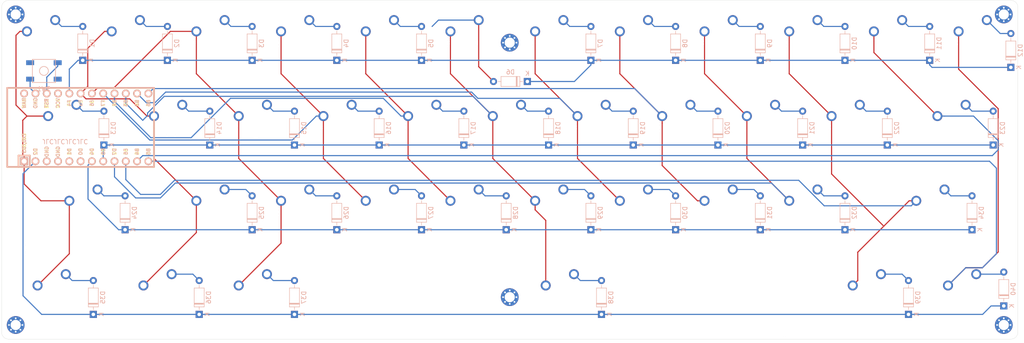
<source format=kicad_pcb>
(kicad_pcb (version 20171130) (host pcbnew "(5.1.4)-1")
  (layers (0 F.Cu signal) (31 B.Cu signal) (34 B.Paste user) (35 F.Paste user) (36 B.SilkS user) (37 F.SilkS user) (38 B.Mask user) (39 F.Mask user) (44 Edge.Cuts user))
  (net 0 "")
  (net 1 "Net-(D1-Pad2)")
  (net 2 "Net-(D2-Pad2)")
  (net 3 "Net-(D3-Pad2)")
  (net 4 "Net-(D4-Pad2)")
  (net 5 "Net-(D5-Pad2)")
  (net 6 "Net-(D6-Pad2)")
  (net 7 "Net-(D7-Pad2)")
  (net 8 "Net-(D8-Pad2)")
  (net 9 "Net-(D9-Pad2)")
  (net 10 "Net-(D10-Pad2)")
  (net 11 "Net-(D11-Pad2)")
  (net 12 "Net-(D12-Pad2)")
  (net 13 "Net-(D13-Pad2)")
  (net 14 "Net-(D14-Pad2)")
  (net 15 "Net-(D15-Pad2)")
  (net 16 "Net-(D16-Pad2)")
  (net 17 "Net-(D17-Pad2)")
  (net 18 "Net-(D18-Pad2)")
  (net 19 "Net-(D19-Pad2)")
  (net 20 "Net-(D20-Pad2)")
  (net 21 "Net-(D21-Pad2)")
  (net 22 "Net-(D22-Pad2)")
  (net 23 "Net-(D23-Pad2)")
  (net 24 "Net-(D24-Pad2)")
  (net 25 "Net-(D25-Pad2)")
  (net 26 "Net-(D26-Pad2)")
  (net 27 "Net-(D27-Pad2)")
  (net 28 "Net-(D28-Pad2)")
  (net 29 "Net-(D29-Pad2)")
  (net 30 "Net-(D30-Pad2)")
  (net 31 "Net-(D31-Pad2)")
  (net 32 "Net-(D32-Pad2)")
  (net 33 "Net-(D34-Pad2)")
  (net 34 "Net-(D35-Pad2)")
  (net 35 "Net-(D36-Pad2)")
  (net 36 "Net-(D37-Pad2)")
  (net 37 "Net-(D38-Pad2)")
  (net 38 "Net-(D39-Pad2)")
  (net 39 "Net-(D40-Pad2)")
  (net 40 "Net-(U1-Pad24)")
  (net 41 "Net-(U1-Pad21)")
  (net 42 "Net-(U1-Pad6)")
  (net 43 "Net-(U1-Pad5)")
  (net 44 "Net-(U1-Pad4)")
  (net 45 "Net-(U1-Pad3)")
  (net 46 ROW0)
  (net 47 ROW1)
  (net 48 ROW2)
  (net 49 ROW3)
  (net 50 COL0)
  (net 51 COL1)
  (net 52 COL2)
  (net 53 COL3)
  (net 54 COL4)
  (net 55 COL5)
  (net 56 COL6)
  (net 57 COL7)
  (net 58 COL8)
  (net 59 COL9)
  (net 60 COL10)
  (net 61 COL11)
  (net 62 "Net-(SW1-Pad2)")
  (net 63 "Net-(SW1-Pad1)")
  (module MX_Only:MXOnly-1U-NoLED (layer F.Cu) (at 52.3875 38.1)
    (fp_text reference MX1)
    (fp_text value MX-NoLED)
    (pad 2 thru_hole circle (at 2.54 -5.08) (size 2.25 2.25) (drill 1.47) (layers *.Cu B.Mask) (net 1 "Net-(D1-Pad2)"))
    (pad "" np_thru_hole circle (at 0 0) (size 3.9878 3.9878) (drill 3.9878) (layers *.Cu *.Mask))
    (pad 1 thru_hole circle (at -3.81 -2.54) (size 2.25 2.25) (drill 1.47) (layers *.Cu B.Mask) (net 50 COL0))
    (pad "" np_thru_hole circle (at -5.08 0 48.0996) (size 1.75 1.75) (drill 1.75) (layers *.Cu *.Mask))
    (pad "" np_thru_hole circle (at 5.08 0 48.0996) (size 1.75 1.75) (drill 1.75) (layers *.Cu *.Mask))
  )
  (module random-keyboard-parts:SKQG-1155865 (layer B.Cu) (at 52.3875 44.45 180)
    (fp_text reference SW1 (at 0 -4.064) (layer B.SilkS) (effects (justify mirror)))
    (fp_text value SW_PUSH)
    (pad 4 smd rect (at -3.1 -1.85 180) (size 1.8 1.1) (layers B.Cu B.Paste B.Mask))
    (pad 3 smd rect (at 3.1 1.85 180) (size 1.8 1.1) (layers B.Cu B.Paste B.Mask))
    (pad 2 smd rect (at -3.1 1.85 180) (size 1.8 1.1) (layers B.Cu B.Paste B.Mask) (net 62 "Net-(SW1-Pad2)"))
    (pad 1 smd rect (at 3.1 -1.85 180) (size 1.8 1.1) (layers B.Cu B.Paste B.Mask) (net 63 "Net-(SW1-Pad1)"))
  )
  (module MX_Only:MXOnly-1U-NoLED (layer F.Cu) (at 166.6875 38.1)
    (fp_text reference MX7)
    (fp_text value MX-NoLED)
    (pad 2 thru_hole circle (at 2.54 -5.08) (size 2.25 2.25) (drill 1.47) (layers *.Cu B.Mask) (net 7 "Net-(D7-Pad2)"))
    (pad "" np_thru_hole circle (at 0 0) (size 3.9878 3.9878) (drill 3.9878) (layers *.Cu *.Mask))
    (pad 1 thru_hole circle (at -3.81 -2.54) (size 2.25 2.25) (drill 1.47) (layers *.Cu B.Mask) (net 56 COL6))
    (pad "" np_thru_hole circle (at -5.08 0 48.0996) (size 1.75 1.75) (drill 1.75) (layers *.Cu *.Mask))
    (pad "" np_thru_hole circle (at 5.08 0 48.0996) (size 1.75 1.75) (drill 1.75) (layers *.Cu *.Mask))
  )
  (module MX_Only:MXOnly-1U-NoLED (layer F.Cu) (at 80.9625 57.15)
    (fp_text reference MX14)
    (fp_text value MX-NoLED)
    (pad 2 thru_hole circle (at 2.54 -5.08) (size 2.25 2.25) (drill 1.47) (layers *.Cu B.Mask) (net 14 "Net-(D14-Pad2)"))
    (pad "" np_thru_hole circle (at 0 0) (size 3.9878 3.9878) (drill 3.9878) (layers *.Cu *.Mask))
    (pad 1 thru_hole circle (at -3.81 -2.54) (size 2.25 2.25) (drill 1.47) (layers *.Cu B.Mask) (net 51 COL1))
    (pad "" np_thru_hole circle (at -5.08 0 48.0996) (size 1.75 1.75) (drill 1.75) (layers *.Cu *.Mask))
    (pad "" np_thru_hole circle (at 5.08 0 48.0996) (size 1.75 1.75) (drill 1.75) (layers *.Cu *.Mask))
  )
  (module MX_Only:MXOnly-6.25U-ReversedStabilizers-NoLED (layer F.Cu) (at 169.06875 95.25)
    (fp_text reference MX38)
    (fp_text value MX-NoLED)
    (pad "" np_thru_hole circle (at 49.9999 -8.255) (size 3.9878 3.9878) (drill 3.9878) (layers *.Cu *.Mask))
    (pad "" np_thru_hole circle (at -49.9999 -8.255) (size 3.9878 3.9878) (drill 3.9878) (layers *.Cu *.Mask))
    (pad "" np_thru_hole circle (at 49.9999 6.985) (size 3.048 3.048) (drill 3.048) (layers *.Cu *.Mask))
    (pad "" np_thru_hole circle (at -49.9999 6.985) (size 3.048 3.048) (drill 3.048) (layers *.Cu *.Mask))
    (pad "" np_thru_hole circle (at 5.08 0 48.0996) (size 1.75 1.75) (drill 1.75) (layers *.Cu *.Mask))
    (pad "" np_thru_hole circle (at -5.08 0 48.0996) (size 1.75 1.75) (drill 1.75) (layers *.Cu *.Mask))
    (pad 1 thru_hole circle (at -3.81 -2.54) (size 2.25 2.25) (drill 1.47) (layers *.Cu B.Mask) (net 55 COL5))
    (pad "" np_thru_hole circle (at 0 0) (size 3.9878 3.9878) (drill 3.9878) (layers *.Cu *.Mask))
    (pad 2 thru_hole circle (at 2.54 -5.08) (size 2.25 2.25) (drill 1.47) (layers *.Cu B.Mask) (net 37 "Net-(D38-Pad2)"))
  )
  (module kbd:M2_HOLE_v3 (layer F.Cu) (at 157.1625 95.3375)
    (fp_text reference Ref** hide)
    (fp_text value Val**)
    (pad 1 thru_hole circle (at 0 0) (size 4 4) (drill 2.3) (layers *.Cu *.Mask))
    (pad 1 thru_hole circle (at 1.5 0) (size 0.5 0.5) (drill 0.4) (layers *.Cu *.Mask))
    (pad 1 thru_hole circle (at -1.5 0) (size 0.5 0.5) (drill 0.4) (layers *.Cu *.Mask))
    (pad 1 thru_hole circle (at 0 1.5) (size 0.5 0.5) (drill 0.4) (layers *.Cu *.Mask))
    (pad 1 thru_hole circle (at 0 -1.5) (size 0.5 0.5) (drill 0.4) (layers *.Cu *.Mask))
    (pad 1 thru_hole circle (at 1.06 1.06) (size 0.5 0.5) (drill 0.4) (layers *.Cu *.Mask))
    (pad 1 thru_hole circle (at -1.06 1.06) (size 0.5 0.5) (drill 0.4) (layers *.Cu *.Mask))
    (pad 1 thru_hole circle (at -1.06 -1.06) (size 0.5 0.5) (drill 0.4) (layers *.Cu *.Mask))
    (pad 1 thru_hole circle (at 1.06 -1.06) (size 0.5 0.5) (drill 0.4) (layers *.Cu *.Mask))
  )
  (module kbd:M2_HOLE_v3 (layer F.Cu) (at 157.1625 38.1)
    (fp_text reference Ref** hide)
    (fp_text value Val**)
    (pad 1 thru_hole circle (at 1.06 -1.06) (size 0.5 0.5) (drill 0.4) (layers *.Cu *.Mask))
    (pad 1 thru_hole circle (at -1.06 -1.06) (size 0.5 0.5) (drill 0.4) (layers *.Cu *.Mask))
    (pad 1 thru_hole circle (at -1.06 1.06) (size 0.5 0.5) (drill 0.4) (layers *.Cu *.Mask))
    (pad 1 thru_hole circle (at 1.06 1.06) (size 0.5 0.5) (drill 0.4) (layers *.Cu *.Mask))
    (pad 1 thru_hole circle (at 0 -1.5) (size 0.5 0.5) (drill 0.4) (layers *.Cu *.Mask))
    (pad 1 thru_hole circle (at 0 1.5) (size 0.5 0.5) (drill 0.4) (layers *.Cu *.Mask))
    (pad 1 thru_hole circle (at -1.5 0) (size 0.5 0.5) (drill 0.4) (layers *.Cu *.Mask))
    (pad 1 thru_hole circle (at 1.5 0) (size 0.5 0.5) (drill 0.4) (layers *.Cu *.Mask))
    (pad 1 thru_hole circle (at 0 0) (size 4 4) (drill 2.3) (layers *.Cu *.Mask))
  )
  (module kbd:M2_HOLE_v3 (layer F.Cu) (at 46.0375 31.75)
    (fp_text reference Ref** hide)
    (fp_text value Val**)
    (pad 1 thru_hole circle (at 0 0) (size 4 4) (drill 2.3) (layers *.Cu *.Mask))
    (pad 1 thru_hole circle (at 1.5 0) (size 0.5 0.5) (drill 0.4) (layers *.Cu *.Mask))
    (pad 1 thru_hole circle (at -1.5 0) (size 0.5 0.5) (drill 0.4) (layers *.Cu *.Mask))
    (pad 1 thru_hole circle (at 0 1.5) (size 0.5 0.5) (drill 0.4) (layers *.Cu *.Mask))
    (pad 1 thru_hole circle (at 0 -1.5) (size 0.5 0.5) (drill 0.4) (layers *.Cu *.Mask))
    (pad 1 thru_hole circle (at 1.06 1.06) (size 0.5 0.5) (drill 0.4) (layers *.Cu *.Mask))
    (pad 1 thru_hole circle (at -1.06 1.06) (size 0.5 0.5) (drill 0.4) (layers *.Cu *.Mask))
    (pad 1 thru_hole circle (at -1.06 -1.06) (size 0.5 0.5) (drill 0.4) (layers *.Cu *.Mask))
    (pad 1 thru_hole circle (at 1.06 -1.06) (size 0.5 0.5) (drill 0.4) (layers *.Cu *.Mask))
  )
  (module kbd:M2_HOLE_v3 (layer F.Cu) (at 268.2875 31.75)
    (fp_text reference Ref** hide)
    (fp_text value Val**)
    (pad 1 thru_hole circle (at 1.06 -1.06) (size 0.5 0.5) (drill 0.4) (layers *.Cu *.Mask))
    (pad 1 thru_hole circle (at -1.06 -1.06) (size 0.5 0.5) (drill 0.4) (layers *.Cu *.Mask))
    (pad 1 thru_hole circle (at -1.06 1.06) (size 0.5 0.5) (drill 0.4) (layers *.Cu *.Mask))
    (pad 1 thru_hole circle (at 1.06 1.06) (size 0.5 0.5) (drill 0.4) (layers *.Cu *.Mask))
    (pad 1 thru_hole circle (at 0 -1.5) (size 0.5 0.5) (drill 0.4) (layers *.Cu *.Mask))
    (pad 1 thru_hole circle (at 0 1.5) (size 0.5 0.5) (drill 0.4) (layers *.Cu *.Mask))
    (pad 1 thru_hole circle (at -1.5 0) (size 0.5 0.5) (drill 0.4) (layers *.Cu *.Mask))
    (pad 1 thru_hole circle (at 1.5 0) (size 0.5 0.5) (drill 0.4) (layers *.Cu *.Mask))
    (pad 1 thru_hole circle (at 0 0) (size 4 4) (drill 2.3) (layers *.Cu *.Mask))
  )
  (module kbd:M2_HOLE_v3 (layer F.Cu) (at 268.2875 101.6)
    (fp_text reference Ref** hide)
    (fp_text value Val**)
    (pad 1 thru_hole circle (at 1.06 -1.06) (size 0.5 0.5) (drill 0.4) (layers *.Cu *.Mask))
    (pad 1 thru_hole circle (at -1.06 -1.06) (size 0.5 0.5) (drill 0.4) (layers *.Cu *.Mask))
    (pad 1 thru_hole circle (at -1.06 1.06) (size 0.5 0.5) (drill 0.4) (layers *.Cu *.Mask))
    (pad 1 thru_hole circle (at 1.06 1.06) (size 0.5 0.5) (drill 0.4) (layers *.Cu *.Mask))
    (pad 1 thru_hole circle (at 0 -1.5) (size 0.5 0.5) (drill 0.4) (layers *.Cu *.Mask))
    (pad 1 thru_hole circle (at 0 1.5) (size 0.5 0.5) (drill 0.4) (layers *.Cu *.Mask))
    (pad 1 thru_hole circle (at -1.5 0) (size 0.5 0.5) (drill 0.4) (layers *.Cu *.Mask))
    (pad 1 thru_hole circle (at 1.5 0) (size 0.5 0.5) (drill 0.4) (layers *.Cu *.Mask))
    (pad 1 thru_hole circle (at 0 0) (size 4 4) (drill 2.3) (layers *.Cu *.Mask))
  )
  (module kbd:M2_HOLE_v3 (layer F.Cu) (at 46.0375 101.6)
    (fp_text reference Ref** hide)
    (fp_text value Val**)
    (pad 1 thru_hole circle (at 1.06 -1.06) (size 0.5 0.5) (drill 0.4) (layers *.Cu *.Mask))
    (pad 1 thru_hole circle (at -1.06 -1.06) (size 0.5 0.5) (drill 0.4) (layers *.Cu *.Mask))
    (pad 1 thru_hole circle (at -1.06 1.06) (size 0.5 0.5) (drill 0.4) (layers *.Cu *.Mask))
    (pad 1 thru_hole circle (at 1.06 1.06) (size 0.5 0.5) (drill 0.4) (layers *.Cu *.Mask))
    (pad 1 thru_hole circle (at 0 -1.5) (size 0.5 0.5) (drill 0.4) (layers *.Cu *.Mask))
    (pad 1 thru_hole circle (at 0 1.5) (size 0.5 0.5) (drill 0.4) (layers *.Cu *.Mask))
    (pad 1 thru_hole circle (at -1.5 0) (size 0.5 0.5) (drill 0.4) (layers *.Cu *.Mask))
    (pad 1 thru_hole circle (at 1.5 0) (size 0.5 0.5) (drill 0.4) (layers *.Cu *.Mask))
    (pad 1 thru_hole circle (at 0 0) (size 4 4) (drill 2.3) (layers *.Cu *.Mask))
  )
  (module MX_Only:MXOnly-1.25U-NoLED (layer F.Cu) (at 259.55625 95.25)
    (fp_text reference MX40)
    (fp_text value MX-NoLED)
    (pad 2 thru_hole circle (at 2.54 -5.08) (size 2.25 2.25) (drill 1.47) (layers *.Cu B.Mask) (net 39 "Net-(D40-Pad2)"))
    (pad "" np_thru_hole circle (at 0 0) (size 3.9878 3.9878) (drill 3.9878) (layers *.Cu *.Mask))
    (pad 1 thru_hole circle (at -3.81 -2.54) (size 2.25 2.25) (drill 1.47) (layers *.Cu B.Mask) (net 61 COL11))
    (pad "" np_thru_hole circle (at -5.08 0 48.0996) (size 1.75 1.75) (drill 1.75) (layers *.Cu *.Mask))
    (pad "" np_thru_hole circle (at 5.08 0 48.0996) (size 1.75 1.75) (drill 1.75) (layers *.Cu *.Mask))
  )
  (module MX_Only:MXOnly-1.25U-NoLED (layer F.Cu) (at 78.58125 95.25)
    (fp_text reference MX36)
    (fp_text value MX-NoLED)
    (pad 2 thru_hole circle (at 2.54 -5.08) (size 2.25 2.25) (drill 1.47) (layers *.Cu B.Mask) (net 35 "Net-(D36-Pad2)"))
    (pad "" np_thru_hole circle (at 0 0) (size 3.9878 3.9878) (drill 3.9878) (layers *.Cu *.Mask))
    (pad 1 thru_hole circle (at -3.81 -2.54) (size 2.25 2.25) (drill 1.47) (layers *.Cu B.Mask) (net 51 COL1))
    (pad "" np_thru_hole circle (at -5.08 0 48.0996) (size 1.75 1.75) (drill 1.75) (layers *.Cu *.Mask))
    (pad "" np_thru_hole circle (at 5.08 0 48.0996) (size 1.75 1.75) (drill 1.75) (layers *.Cu *.Mask))
  )
  (module MX_Only:MXOnly-1.25U-NoLED (layer F.Cu) (at 54.76875 95.25)
    (fp_text reference MX35)
    (fp_text value MX-NoLED)
    (pad 2 thru_hole circle (at 2.54 -5.08) (size 2.25 2.25) (drill 1.47) (layers *.Cu B.Mask) (net 34 "Net-(D35-Pad2)"))
    (pad "" np_thru_hole circle (at 0 0) (size 3.9878 3.9878) (drill 3.9878) (layers *.Cu *.Mask))
    (pad 1 thru_hole circle (at -3.81 -2.54) (size 2.25 2.25) (drill 1.47) (layers *.Cu B.Mask) (net 50 COL0))
    (pad "" np_thru_hole circle (at -5.08 0 48.0996) (size 1.75 1.75) (drill 1.75) (layers *.Cu *.Mask))
    (pad "" np_thru_hole circle (at 5.08 0 48.0996) (size 1.75 1.75) (drill 1.75) (layers *.Cu *.Mask))
  )
  (module MX_Only:MXOnly-2U-NoLED (layer F.Cu) (at 252.4125 76.2)
    (fp_text reference MX34)
    (fp_text value MX-NoLED)
    (pad 2 thru_hole circle (at 2.54 -5.08) (size 2.25 2.25) (drill 1.47) (layers *.Cu B.Mask) (net 33 "Net-(D34-Pad2)"))
    (pad "" np_thru_hole circle (at 0 0) (size 3.9878 3.9878) (drill 3.9878) (layers *.Cu *.Mask))
    (pad 1 thru_hole circle (at -3.81 -2.54) (size 2.25 2.25) (drill 1.47) (layers *.Cu B.Mask) (net 59 COL9))
    (pad "" np_thru_hole circle (at -5.08 0 48.0996) (size 1.75 1.75) (drill 1.75) (layers *.Cu *.Mask))
    (pad "" np_thru_hole circle (at 5.08 0 48.0996) (size 1.75 1.75) (drill 1.75) (layers *.Cu *.Mask))
    (pad "" np_thru_hole circle (at -11.90625 -6.985) (size 3.048 3.048) (drill 3.048) (layers *.Cu *.Mask))
    (pad "" np_thru_hole circle (at 11.90625 -6.985) (size 3.048 3.048) (drill 3.048) (layers *.Cu *.Mask))
    (pad "" np_thru_hole circle (at -11.90625 8.255) (size 3.9878 3.9878) (drill 3.9878) (layers *.Cu *.Mask))
    (pad "" np_thru_hole circle (at 11.90625 8.255) (size 3.9878 3.9878) (drill 3.9878) (layers *.Cu *.Mask))
  )
  (module MX_Only:MXOnly-2U-NoLED (layer F.Cu) (at 61.9125 76.2)
    (fp_text reference MX24)
    (fp_text value MX-NoLED)
    (pad 2 thru_hole circle (at 2.54 -5.08) (size 2.25 2.25) (drill 1.47) (layers *.Cu B.Mask) (net 24 "Net-(D24-Pad2)"))
    (pad "" np_thru_hole circle (at 0 0) (size 3.9878 3.9878) (drill 3.9878) (layers *.Cu *.Mask))
    (pad 1 thru_hole circle (at -3.81 -2.54) (size 2.25 2.25) (drill 1.47) (layers *.Cu B.Mask) (net 50 COL0))
    (pad "" np_thru_hole circle (at -5.08 0 48.0996) (size 1.75 1.75) (drill 1.75) (layers *.Cu *.Mask))
    (pad "" np_thru_hole circle (at 5.08 0 48.0996) (size 1.75 1.75) (drill 1.75) (layers *.Cu *.Mask))
    (pad "" np_thru_hole circle (at -11.90625 -6.985) (size 3.048 3.048) (drill 3.048) (layers *.Cu *.Mask))
    (pad "" np_thru_hole circle (at 11.90625 -6.985) (size 3.048 3.048) (drill 3.048) (layers *.Cu *.Mask))
    (pad "" np_thru_hole circle (at -11.90625 8.255) (size 3.9878 3.9878) (drill 3.9878) (layers *.Cu *.Mask))
    (pad "" np_thru_hole circle (at 11.90625 8.255) (size 3.9878 3.9878) (drill 3.9878) (layers *.Cu *.Mask))
  )
  (module MX_Only:MXOnly-1.5U-NoLED (layer F.Cu) (at 257.175 57.15)
    (fp_text reference MX23)
    (fp_text value MX-NoLED)
    (pad 2 thru_hole circle (at 2.54 -5.08) (size 2.25 2.25) (drill 1.47) (layers *.Cu B.Mask) (net 23 "Net-(D23-Pad2)"))
    (pad "" np_thru_hole circle (at 0 0) (size 3.9878 3.9878) (drill 3.9878) (layers *.Cu *.Mask))
    (pad 1 thru_hole circle (at -3.81 -2.54) (size 2.25 2.25) (drill 1.47) (layers *.Cu B.Mask) (net 60 COL10))
    (pad "" np_thru_hole circle (at -5.08 0 48.0996) (size 1.75 1.75) (drill 1.75) (layers *.Cu *.Mask))
    (pad "" np_thru_hole circle (at 5.08 0 48.0996) (size 1.75 1.75) (drill 1.75) (layers *.Cu *.Mask))
  )
  (module MX_Only:MXOnly-1.5U-NoLED (layer F.Cu) (at 57.15 57.15)
    (fp_text reference MX13)
    (fp_text value MX-NoLED)
    (pad 2 thru_hole circle (at 2.54 -5.08) (size 2.25 2.25) (drill 1.47) (layers *.Cu B.Mask) (net 13 "Net-(D13-Pad2)"))
    (pad "" np_thru_hole circle (at 0 0) (size 3.9878 3.9878) (drill 3.9878) (layers *.Cu *.Mask))
    (pad 1 thru_hole circle (at -3.81 -2.54) (size 2.25 2.25) (drill 1.47) (layers *.Cu B.Mask) (net 50 COL0))
    (pad "" np_thru_hole circle (at -5.08 0 48.0996) (size 1.75 1.75) (drill 1.75) (layers *.Cu *.Mask))
    (pad "" np_thru_hole circle (at 5.08 0 48.0996) (size 1.75 1.75) (drill 1.75) (layers *.Cu *.Mask))
  )
  (module Keebio-Parts:ArduinoProMicro (layer F.Cu) (at 61.9125 57.15)
    (fp_text reference U1 hide)
    (fp_text value ProMicro hide)
    (fp_text user ST (at -8.91 -5.04 90) (layer B.SilkS) (effects (font (size 0.8 0.8)) (justify mirror)))
    (fp_text user TX0/D3 (at -13.97 3.571872 90) (layer F.SilkS) (effects (font (size 0.8 0.8))))
    (fp_text user TX0/D3 (at -13.97 3.571872 90) (layer B.SilkS) (effects (font (size 0.8 0.8)) (justify mirror)))
    (fp_text user D2 (at -11.43 5.461 90) (layer F.SilkS) (effects (font (size 0.8 0.8))))
    (fp_text user D0 (at -1.27 5.461 90) (layer F.SilkS) (effects (font (size 0.8 0.8))))
    (fp_text user D1 (at -3.81 5.461 90) (layer F.SilkS) (effects (font (size 0.8 0.8))))
    (fp_text user GND (at -6.35 5.461 90) (layer F.SilkS) (effects (font (size 0.8 0.8))))
    (fp_text user GND (at -8.89 5.461 90) (layer F.SilkS) (effects (font (size 0.8 0.8))))
    (fp_text user D4 (at 1.27 5.461 90) (layer F.SilkS) (effects (font (size 0.8 0.8))))
    (fp_text user C6 (at 3.81 5.461 90) (layer F.SilkS) (effects (font (size 0.8 0.8))))
    (fp_text user D7 (at 6.35 5.461 90) (layer F.SilkS) (effects (font (size 0.8 0.8))))
    (fp_text user E6 (at 8.89 5.461 90) (layer F.SilkS) (effects (font (size 0.8 0.8))))
    (fp_text user B4 (at 11.43 5.461 90) (layer F.SilkS) (effects (font (size 0.8 0.8))))
    (fp_text user B5 (at 13.97 5.461 90) (layer F.SilkS) (effects (font (size 0.8 0.8))))
    (fp_text user B6 (at 13.97 -5.461 90) (layer F.SilkS) (effects (font (size 0.8 0.8))))
    (fp_text user B2 (at 11.43 -5.461 90) (layer B.SilkS) (effects (font (size 0.8 0.8)) (justify mirror)))
    (fp_text user B3 (at 8.89 -5.461 90) (layer F.SilkS) (effects (font (size 0.8 0.8))))
    (fp_text user B1 (at 6.35 -5.461 90) (layer F.SilkS) (effects (font (size 0.8 0.8))))
    (fp_text user F7 (at 3.81 -5.461 90) (layer B.SilkS) (effects (font (size 0.8 0.8)) (justify mirror)))
    (fp_text user F6 (at 1.27 -5.461 90) (layer B.SilkS) (effects (font (size 0.8 0.8)) (justify mirror)))
    (fp_text user F5 (at -1.27 -5.461 90) (layer B.SilkS) (effects (font (size 0.8 0.8)) (justify mirror)))
    (fp_text user F4 (at -3.81 -5.461 90) (layer F.SilkS) (effects (font (size 0.8 0.8))))
    (fp_text user VCC (at -6.35 -5.461 90) (layer F.SilkS) (effects (font (size 0.8 0.8))))
    (fp_text user ST (at -8.92 -5.73312 90) (layer F.SilkS) (effects (font (size 0.8 0.8))))
    (fp_text user GND (at -11.43 -5.461 90) (layer F.SilkS) (effects (font (size 0.8 0.8))))
    (fp_text user RAW (at -13.97 -5.461 90) (layer F.SilkS) (effects (font (size 0.8 0.8))))
    (fp_text user RAW (at -13.97 -5.461 90) (layer B.SilkS) (effects (font (size 0.8 0.8)) (justify mirror)))
    (fp_text user GND (at -11.43 -5.461 90) (layer B.SilkS) (effects (font (size 0.8 0.8)) (justify mirror)))
    (fp_text user VCC (at -6.35 -5.461 90) (layer B.SilkS) (effects (font (size 0.8 0.8)) (justify mirror)))
    (fp_text user F4 (at -3.81 -5.461 90) (layer B.SilkS) (effects (font (size 0.8 0.8)) (justify mirror)))
    (fp_text user F5 (at -1.27 -5.461 90) (layer F.SilkS) (effects (font (size 0.8 0.8))))
    (fp_text user F6 (at 1.27 -5.461 90) (layer F.SilkS) (effects (font (size 0.8 0.8))))
    (fp_text user F7 (at 3.81 -5.461 90) (layer F.SilkS) (effects (font (size 0.8 0.8))))
    (fp_text user B1 (at 6.35 -5.461 90) (layer B.SilkS) (effects (font (size 0.8 0.8)) (justify mirror)))
    (fp_text user B3 (at 8.89 -5.461 90) (layer B.SilkS) (effects (font (size 0.8 0.8)) (justify mirror)))
    (fp_text user B2 (at 11.43 -5.461 90) (layer F.SilkS) (effects (font (size 0.8 0.8))))
    (fp_text user B6 (at 13.97 -5.461 90) (layer B.SilkS) (effects (font (size 0.8 0.8)) (justify mirror)))
    (fp_text user B5 (at 13.97 5.461 90) (layer B.SilkS) (effects (font (size 0.8 0.8)) (justify mirror)))
    (fp_text user B4 (at 11.43 5.461 90) (layer B.SilkS) (effects (font (size 0.8 0.8)) (justify mirror)))
    (fp_text user E6 (at 8.89 5.461 90) (layer B.SilkS) (effects (font (size 0.8 0.8)) (justify mirror)))
    (fp_text user D7 (at 6.35 5.461 90) (layer B.SilkS) (effects (font (size 0.8 0.8)) (justify mirror)))
    (fp_text user C6 (at 3.81 5.461 90) (layer B.SilkS) (effects (font (size 0.8 0.8)) (justify mirror)))
    (fp_text user D4 (at 1.27 5.461 90) (layer B.SilkS) (effects (font (size 0.8 0.8)) (justify mirror)))
    (fp_text user GND (at -8.89 5.461 90) (layer B.SilkS) (effects (font (size 0.8 0.8)) (justify mirror)))
    (fp_text user GND (at -6.35 5.461 90) (layer B.SilkS) (effects (font (size 0.8 0.8)) (justify mirror)))
    (fp_text user D1 (at -3.81 5.461 90) (layer B.SilkS) (effects (font (size 0.8 0.8)) (justify mirror)))
    (fp_text user D0 (at -1.27 5.461 90) (layer B.SilkS) (effects (font (size 0.8 0.8)) (justify mirror)))
    (fp_text user D2 (at -11.43 5.461 90) (layer B.SilkS) (effects (font (size 0.8 0.8)) (justify mirror)))
    (pad 24 thru_hole circle (at -13.97 -7.62) (size 1.7526 1.7526) (drill 1.0922) (layers *.Cu *.SilkS *.Mask) (net 40 "Net-(U1-Pad24)"))
    (pad 12 thru_hole circle (at 13.97 7.62) (size 1.7526 1.7526) (drill 1.0922) (layers *.Cu *.SilkS *.Mask) (net 61 COL11))
    (pad 23 thru_hole circle (at -11.43 -7.62) (size 1.7526 1.7526) (drill 1.0922) (layers *.Cu *.SilkS *.Mask) (net 63 "Net-(SW1-Pad1)"))
    (pad 22 thru_hole circle (at -8.89 -7.62) (size 1.7526 1.7526) (drill 1.0922) (layers *.Cu *.SilkS *.Mask) (net 62 "Net-(SW1-Pad2)"))
    (pad 21 thru_hole circle (at -6.35 -7.62) (size 1.7526 1.7526) (drill 1.0922) (layers *.Cu *.SilkS *.Mask) (net 41 "Net-(U1-Pad21)"))
    (pad 20 thru_hole circle (at -3.81 -7.62) (size 1.7526 1.7526) (drill 1.0922) (layers *.Cu *.SilkS *.Mask) (net 46 ROW0))
    (pad 19 thru_hole circle (at -1.27 -7.62) (size 1.7526 1.7526) (drill 1.0922) (layers *.Cu *.SilkS *.Mask) (net 51 COL1))
    (pad 18 thru_hole circle (at 1.27 -7.62) (size 1.7526 1.7526) (drill 1.0922) (layers *.Cu *.SilkS *.Mask) (net 52 COL2))
    (pad 17 thru_hole circle (at 3.81 -7.62) (size 1.7526 1.7526) (drill 1.0922) (layers *.Cu *.SilkS *.Mask) (net 53 COL3))
    (pad 16 thru_hole circle (at 6.35 -7.62) (size 1.7526 1.7526) (drill 1.0922) (layers *.Cu *.SilkS *.Mask) (net 54 COL4))
    (pad 15 thru_hole circle (at 8.89 -7.62) (size 1.7526 1.7526) (drill 1.0922) (layers *.Cu *.SilkS *.Mask) (net 55 COL5))
    (pad 14 thru_hole circle (at 11.43 -7.62) (size 1.7526 1.7526) (drill 1.0922) (layers *.Cu *.SilkS *.Mask) (net 56 COL6))
    (pad 13 thru_hole circle (at 13.97 -7.62) (size 1.7526 1.7526) (drill 1.0922) (layers *.Cu *.SilkS *.Mask) (net 57 COL7))
    (pad 11 thru_hole circle (at 11.43 7.62) (size 1.7526 1.7526) (drill 1.0922) (layers *.Cu *.SilkS *.Mask) (net 60 COL10))
    (pad 10 thru_hole circle (at 8.89 7.62) (size 1.7526 1.7526) (drill 1.0922) (layers *.Cu *.SilkS *.Mask) (net 59 COL9))
    (pad 9 thru_hole circle (at 6.35 7.62) (size 1.7526 1.7526) (drill 1.0922) (layers *.Cu *.SilkS *.Mask) (net 58 COL8))
    (pad 8 thru_hole circle (at 3.81 7.62) (size 1.7526 1.7526) (drill 1.0922) (layers *.Cu *.SilkS *.Mask) (net 47 ROW1))
    (pad 7 thru_hole circle (at 1.27 7.62) (size 1.7526 1.7526) (drill 1.0922) (layers *.Cu *.SilkS *.Mask) (net 48 ROW2))
    (pad 6 thru_hole circle (at -1.27 7.62) (size 1.7526 1.7526) (drill 1.0922) (layers *.Cu *.SilkS *.Mask) (net 42 "Net-(U1-Pad6)"))
    (pad 5 thru_hole circle (at -3.81 7.62) (size 1.7526 1.7526) (drill 1.0922) (layers *.Cu *.SilkS *.Mask) (net 43 "Net-(U1-Pad5)"))
    (pad 4 thru_hole circle (at -6.35 7.62) (size 1.7526 1.7526) (drill 1.0922) (layers *.Cu *.SilkS *.Mask) (net 44 "Net-(U1-Pad4)"))
    (pad 3 thru_hole circle (at -8.89 7.62) (size 1.7526 1.7526) (drill 1.0922) (layers *.Cu *.SilkS *.Mask) (net 45 "Net-(U1-Pad3)"))
    (pad 2 thru_hole circle (at -11.43 7.62) (size 1.7526 1.7526) (drill 1.0922) (layers *.Cu *.SilkS *.Mask) (net 49 ROW3))
    (pad 1 thru_hole rect (at -13.97 7.62) (size 1.7526 1.7526) (drill 1.0922) (layers *.Cu *.SilkS *.Mask) (net 50 COL0))
  )
  (module MX_Only:MXOnly-1U-NoLED (layer F.Cu) (at 238.125 95.25)
    (fp_text reference MX39)
    (fp_text value MX-NoLED)
    (pad 2 thru_hole circle (at 2.54 -5.08) (size 2.25 2.25) (drill 1.47) (layers *.Cu B.Mask) (net 38 "Net-(D39-Pad2)"))
    (pad "" np_thru_hole circle (at 0 0) (size 3.9878 3.9878) (drill 3.9878) (layers *.Cu *.Mask))
    (pad 1 thru_hole circle (at -3.81 -2.54) (size 2.25 2.25) (drill 1.47) (layers *.Cu B.Mask) (net 59 COL9))
    (pad "" np_thru_hole circle (at -5.08 0 48.0996) (size 1.75 1.75) (drill 1.75) (layers *.Cu *.Mask))
    (pad "" np_thru_hole circle (at 5.08 0 48.0996) (size 1.75 1.75) (drill 1.75) (layers *.Cu *.Mask))
  )
  (module MX_Only:MXOnly-1U-NoLED (layer F.Cu) (at 100.0125 95.25)
    (fp_text reference MX37)
    (fp_text value MX-NoLED)
    (pad 2 thru_hole circle (at 2.54 -5.08) (size 2.25 2.25) (drill 1.47) (layers *.Cu B.Mask) (net 36 "Net-(D37-Pad2)"))
    (pad "" np_thru_hole circle (at 0 0) (size 3.9878 3.9878) (drill 3.9878) (layers *.Cu *.Mask))
    (pad 1 thru_hole circle (at -3.81 -2.54) (size 2.25 2.25) (drill 1.47) (layers *.Cu B.Mask) (net 52 COL2))
    (pad "" np_thru_hole circle (at -5.08 0 48.0996) (size 1.75 1.75) (drill 1.75) (layers *.Cu *.Mask))
    (pad "" np_thru_hole circle (at 5.08 0 48.0996) (size 1.75 1.75) (drill 1.75) (layers *.Cu *.Mask))
  )
  (module MX_Only:MXOnly-1U-NoLED (layer F.Cu) (at 223.8375 76.2)
    (fp_text reference MX32)
    (fp_text value MX-NoLED)
    (pad 2 thru_hole circle (at 2.54 -5.08) (size 2.25 2.25) (drill 1.47) (layers *.Cu B.Mask) (net 32 "Net-(D32-Pad2)"))
    (pad "" np_thru_hole circle (at 0 0) (size 3.9878 3.9878) (drill 3.9878) (layers *.Cu *.Mask))
    (pad 1 thru_hole circle (at -3.81 -2.54) (size 2.25 2.25) (drill 1.47) (layers *.Cu B.Mask) (net 58 COL8))
    (pad "" np_thru_hole circle (at -5.08 0 48.0996) (size 1.75 1.75) (drill 1.75) (layers *.Cu *.Mask))
    (pad "" np_thru_hole circle (at 5.08 0 48.0996) (size 1.75 1.75) (drill 1.75) (layers *.Cu *.Mask))
  )
  (module MX_Only:MXOnly-1U-NoLED (layer F.Cu) (at 204.7875 76.2)
    (fp_text reference MX31)
    (fp_text value MX-NoLED)
    (pad 2 thru_hole circle (at 2.54 -5.08) (size 2.25 2.25) (drill 1.47) (layers *.Cu B.Mask) (net 31 "Net-(D31-Pad2)"))
    (pad "" np_thru_hole circle (at 0 0) (size 3.9878 3.9878) (drill 3.9878) (layers *.Cu *.Mask))
    (pad 1 thru_hole circle (at -3.81 -2.54) (size 2.25 2.25) (drill 1.47) (layers *.Cu B.Mask) (net 57 COL7))
    (pad "" np_thru_hole circle (at -5.08 0 48.0996) (size 1.75 1.75) (drill 1.75) (layers *.Cu *.Mask))
    (pad "" np_thru_hole circle (at 5.08 0 48.0996) (size 1.75 1.75) (drill 1.75) (layers *.Cu *.Mask))
  )
  (module MX_Only:MXOnly-1U-NoLED (layer F.Cu) (at 185.7375 76.2)
    (fp_text reference MX30)
    (fp_text value MX-NoLED)
    (pad 2 thru_hole circle (at 2.54 -5.08) (size 2.25 2.25) (drill 1.47) (layers *.Cu B.Mask) (net 30 "Net-(D30-Pad2)"))
    (pad "" np_thru_hole circle (at 0 0) (size 3.9878 3.9878) (drill 3.9878) (layers *.Cu *.Mask))
    (pad 1 thru_hole circle (at -3.81 -2.54) (size 2.25 2.25) (drill 1.47) (layers *.Cu B.Mask) (net 56 COL6))
    (pad "" np_thru_hole circle (at -5.08 0 48.0996) (size 1.75 1.75) (drill 1.75) (layers *.Cu *.Mask))
    (pad "" np_thru_hole circle (at 5.08 0 48.0996) (size 1.75 1.75) (drill 1.75) (layers *.Cu *.Mask))
  )
  (module MX_Only:MXOnly-1U-NoLED (layer F.Cu) (at 166.6875 76.2)
    (fp_text reference MX29)
    (fp_text value MX-NoLED)
    (pad 2 thru_hole circle (at 2.54 -5.08) (size 2.25 2.25) (drill 1.47) (layers *.Cu B.Mask) (net 29 "Net-(D29-Pad2)"))
    (pad "" np_thru_hole circle (at 0 0) (size 3.9878 3.9878) (drill 3.9878) (layers *.Cu *.Mask))
    (pad 1 thru_hole circle (at -3.81 -2.54) (size 2.25 2.25) (drill 1.47) (layers *.Cu B.Mask) (net 55 COL5))
    (pad "" np_thru_hole circle (at -5.08 0 48.0996) (size 1.75 1.75) (drill 1.75) (layers *.Cu *.Mask))
    (pad "" np_thru_hole circle (at 5.08 0 48.0996) (size 1.75 1.75) (drill 1.75) (layers *.Cu *.Mask))
  )
  (module MX_Only:MXOnly-1U-NoLED (layer F.Cu) (at 147.6375 76.2)
    (fp_text reference MX28)
    (fp_text value MX-NoLED)
    (pad 2 thru_hole circle (at 2.54 -5.08) (size 2.25 2.25) (drill 1.47) (layers *.Cu B.Mask) (net 28 "Net-(D28-Pad2)"))
    (pad "" np_thru_hole circle (at 0 0) (size 3.9878 3.9878) (drill 3.9878) (layers *.Cu *.Mask))
    (pad 1 thru_hole circle (at -3.81 -2.54) (size 2.25 2.25) (drill 1.47) (layers *.Cu B.Mask) (net 54 COL4))
    (pad "" np_thru_hole circle (at -5.08 0 48.0996) (size 1.75 1.75) (drill 1.75) (layers *.Cu *.Mask))
    (pad "" np_thru_hole circle (at 5.08 0 48.0996) (size 1.75 1.75) (drill 1.75) (layers *.Cu *.Mask))
  )
  (module MX_Only:MXOnly-1U-NoLED (layer F.Cu) (at 128.5875 76.2)
    (fp_text reference MX27)
    (fp_text value MX-NoLED)
    (pad 2 thru_hole circle (at 2.54 -5.08) (size 2.25 2.25) (drill 1.47) (layers *.Cu B.Mask) (net 27 "Net-(D27-Pad2)"))
    (pad "" np_thru_hole circle (at 0 0) (size 3.9878 3.9878) (drill 3.9878) (layers *.Cu *.Mask))
    (pad 1 thru_hole circle (at -3.81 -2.54) (size 2.25 2.25) (drill 1.47) (layers *.Cu B.Mask) (net 53 COL3))
    (pad "" np_thru_hole circle (at -5.08 0 48.0996) (size 1.75 1.75) (drill 1.75) (layers *.Cu *.Mask))
    (pad "" np_thru_hole circle (at 5.08 0 48.0996) (size 1.75 1.75) (drill 1.75) (layers *.Cu *.Mask))
  )
  (module MX_Only:MXOnly-1U-NoLED (layer F.Cu) (at 109.5375 76.2)
    (fp_text reference MX26)
    (fp_text value MX-NoLED)
    (pad 2 thru_hole circle (at 2.54 -5.08) (size 2.25 2.25) (drill 1.47) (layers *.Cu B.Mask) (net 26 "Net-(D26-Pad2)"))
    (pad "" np_thru_hole circle (at 0 0) (size 3.9878 3.9878) (drill 3.9878) (layers *.Cu *.Mask))
    (pad 1 thru_hole circle (at -3.81 -2.54) (size 2.25 2.25) (drill 1.47) (layers *.Cu B.Mask) (net 52 COL2))
    (pad "" np_thru_hole circle (at -5.08 0 48.0996) (size 1.75 1.75) (drill 1.75) (layers *.Cu *.Mask))
    (pad "" np_thru_hole circle (at 5.08 0 48.0996) (size 1.75 1.75) (drill 1.75) (layers *.Cu *.Mask))
  )
  (module MX_Only:MXOnly-1U-NoLED (layer F.Cu) (at 90.4875 76.2)
    (fp_text reference MX25)
    (fp_text value MX-NoLED)
    (pad 2 thru_hole circle (at 2.54 -5.08) (size 2.25 2.25) (drill 1.47) (layers *.Cu B.Mask) (net 25 "Net-(D25-Pad2)"))
    (pad "" np_thru_hole circle (at 0 0) (size 3.9878 3.9878) (drill 3.9878) (layers *.Cu *.Mask))
    (pad 1 thru_hole circle (at -3.81 -2.54) (size 2.25 2.25) (drill 1.47) (layers *.Cu B.Mask) (net 51 COL1))
    (pad "" np_thru_hole circle (at -5.08 0 48.0996) (size 1.75 1.75) (drill 1.75) (layers *.Cu *.Mask))
    (pad "" np_thru_hole circle (at 5.08 0 48.0996) (size 1.75 1.75) (drill 1.75) (layers *.Cu *.Mask))
  )
  (module MX_Only:MXOnly-1U-NoLED (layer F.Cu) (at 233.3625 57.15)
    (fp_text reference MX22)
    (fp_text value MX-NoLED)
    (pad 2 thru_hole circle (at 2.54 -5.08) (size 2.25 2.25) (drill 1.47) (layers *.Cu B.Mask) (net 22 "Net-(D22-Pad2)"))
    (pad "" np_thru_hole circle (at 0 0) (size 3.9878 3.9878) (drill 3.9878) (layers *.Cu *.Mask))
    (pad 1 thru_hole circle (at -3.81 -2.54) (size 2.25 2.25) (drill 1.47) (layers *.Cu B.Mask) (net 59 COL9))
    (pad "" np_thru_hole circle (at -5.08 0 48.0996) (size 1.75 1.75) (drill 1.75) (layers *.Cu *.Mask))
    (pad "" np_thru_hole circle (at 5.08 0 48.0996) (size 1.75 1.75) (drill 1.75) (layers *.Cu *.Mask))
  )
  (module MX_Only:MXOnly-1U-NoLED (layer F.Cu) (at 214.3125 57.15)
    (fp_text reference MX21)
    (fp_text value MX-NoLED)
    (pad 2 thru_hole circle (at 2.54 -5.08) (size 2.25 2.25) (drill 1.47) (layers *.Cu B.Mask) (net 21 "Net-(D21-Pad2)"))
    (pad "" np_thru_hole circle (at 0 0) (size 3.9878 3.9878) (drill 3.9878) (layers *.Cu *.Mask))
    (pad 1 thru_hole circle (at -3.81 -2.54) (size 2.25 2.25) (drill 1.47) (layers *.Cu B.Mask) (net 58 COL8))
    (pad "" np_thru_hole circle (at -5.08 0 48.0996) (size 1.75 1.75) (drill 1.75) (layers *.Cu *.Mask))
    (pad "" np_thru_hole circle (at 5.08 0 48.0996) (size 1.75 1.75) (drill 1.75) (layers *.Cu *.Mask))
  )
  (module MX_Only:MXOnly-1U-NoLED (layer F.Cu) (at 195.2625 57.15)
    (fp_text reference MX20)
    (fp_text value MX-NoLED)
    (pad 2 thru_hole circle (at 2.54 -5.08) (size 2.25 2.25) (drill 1.47) (layers *.Cu B.Mask) (net 20 "Net-(D20-Pad2)"))
    (pad "" np_thru_hole circle (at 0 0) (size 3.9878 3.9878) (drill 3.9878) (layers *.Cu *.Mask))
    (pad 1 thru_hole circle (at -3.81 -2.54) (size 2.25 2.25) (drill 1.47) (layers *.Cu B.Mask) (net 57 COL7))
    (pad "" np_thru_hole circle (at -5.08 0 48.0996) (size 1.75 1.75) (drill 1.75) (layers *.Cu *.Mask))
    (pad "" np_thru_hole circle (at 5.08 0 48.0996) (size 1.75 1.75) (drill 1.75) (layers *.Cu *.Mask))
  )
  (module MX_Only:MXOnly-1U-NoLED (layer F.Cu) (at 176.2125 57.15)
    (fp_text reference MX19)
    (fp_text value MX-NoLED)
    (pad 2 thru_hole circle (at 2.54 -5.08) (size 2.25 2.25) (drill 1.47) (layers *.Cu B.Mask) (net 19 "Net-(D19-Pad2)"))
    (pad "" np_thru_hole circle (at 0 0) (size 3.9878 3.9878) (drill 3.9878) (layers *.Cu *.Mask))
    (pad 1 thru_hole circle (at -3.81 -2.54) (size 2.25 2.25) (drill 1.47) (layers *.Cu B.Mask) (net 56 COL6))
    (pad "" np_thru_hole circle (at -5.08 0 48.0996) (size 1.75 1.75) (drill 1.75) (layers *.Cu *.Mask))
    (pad "" np_thru_hole circle (at 5.08 0 48.0996) (size 1.75 1.75) (drill 1.75) (layers *.Cu *.Mask))
  )
  (module MX_Only:MXOnly-1U-NoLED (layer F.Cu) (at 157.1625 57.15)
    (fp_text reference MX18)
    (fp_text value MX-NoLED)
    (pad 2 thru_hole circle (at 2.54 -5.08) (size 2.25 2.25) (drill 1.47) (layers *.Cu B.Mask) (net 18 "Net-(D18-Pad2)"))
    (pad "" np_thru_hole circle (at 0 0) (size 3.9878 3.9878) (drill 3.9878) (layers *.Cu *.Mask))
    (pad 1 thru_hole circle (at -3.81 -2.54) (size 2.25 2.25) (drill 1.47) (layers *.Cu B.Mask) (net 55 COL5))
    (pad "" np_thru_hole circle (at -5.08 0 48.0996) (size 1.75 1.75) (drill 1.75) (layers *.Cu *.Mask))
    (pad "" np_thru_hole circle (at 5.08 0 48.0996) (size 1.75 1.75) (drill 1.75) (layers *.Cu *.Mask))
  )
  (module MX_Only:MXOnly-1U-NoLED (layer F.Cu) (at 138.1125 57.15)
    (fp_text reference MX17)
    (fp_text value MX-NoLED)
    (pad 2 thru_hole circle (at 2.54 -5.08) (size 2.25 2.25) (drill 1.47) (layers *.Cu B.Mask) (net 17 "Net-(D17-Pad2)"))
    (pad "" np_thru_hole circle (at 0 0) (size 3.9878 3.9878) (drill 3.9878) (layers *.Cu *.Mask))
    (pad 1 thru_hole circle (at -3.81 -2.54) (size 2.25 2.25) (drill 1.47) (layers *.Cu B.Mask) (net 54 COL4))
    (pad "" np_thru_hole circle (at -5.08 0 48.0996) (size 1.75 1.75) (drill 1.75) (layers *.Cu *.Mask))
    (pad "" np_thru_hole circle (at 5.08 0 48.0996) (size 1.75 1.75) (drill 1.75) (layers *.Cu *.Mask))
  )
  (module MX_Only:MXOnly-1U-NoLED (layer F.Cu) (at 119.0625 57.15)
    (fp_text reference MX16)
    (fp_text value MX-NoLED)
    (pad 2 thru_hole circle (at 2.54 -5.08) (size 2.25 2.25) (drill 1.47) (layers *.Cu B.Mask) (net 16 "Net-(D16-Pad2)"))
    (pad "" np_thru_hole circle (at 0 0) (size 3.9878 3.9878) (drill 3.9878) (layers *.Cu *.Mask))
    (pad 1 thru_hole circle (at -3.81 -2.54) (size 2.25 2.25) (drill 1.47) (layers *.Cu B.Mask) (net 53 COL3))
    (pad "" np_thru_hole circle (at -5.08 0 48.0996) (size 1.75 1.75) (drill 1.75) (layers *.Cu *.Mask))
    (pad "" np_thru_hole circle (at 5.08 0 48.0996) (size 1.75 1.75) (drill 1.75) (layers *.Cu *.Mask))
  )
  (module MX_Only:MXOnly-1U-NoLED (layer F.Cu) (at 100.0125 57.15)
    (fp_text reference MX15)
    (fp_text value MX-NoLED)
    (pad 2 thru_hole circle (at 2.54 -5.08) (size 2.25 2.25) (drill 1.47) (layers *.Cu B.Mask) (net 15 "Net-(D15-Pad2)"))
    (pad "" np_thru_hole circle (at 0 0) (size 3.9878 3.9878) (drill 3.9878) (layers *.Cu *.Mask))
    (pad 1 thru_hole circle (at -3.81 -2.54) (size 2.25 2.25) (drill 1.47) (layers *.Cu B.Mask) (net 52 COL2))
    (pad "" np_thru_hole circle (at -5.08 0 48.0996) (size 1.75 1.75) (drill 1.75) (layers *.Cu *.Mask))
    (pad "" np_thru_hole circle (at 5.08 0 48.0996) (size 1.75 1.75) (drill 1.75) (layers *.Cu *.Mask))
  )
  (module MX_Only:MXOnly-1U-NoLED (layer F.Cu) (at 261.9375 38.1)
    (fp_text reference MX12)
    (fp_text value MX-NoLED)
    (pad 2 thru_hole circle (at 2.54 -5.08) (size 2.25 2.25) (drill 1.47) (layers *.Cu B.Mask) (net 12 "Net-(D12-Pad2)"))
    (pad "" np_thru_hole circle (at 0 0) (size 3.9878 3.9878) (drill 3.9878) (layers *.Cu *.Mask))
    (pad 1 thru_hole circle (at -3.81 -2.54) (size 2.25 2.25) (drill 1.47) (layers *.Cu B.Mask) (net 61 COL11))
    (pad "" np_thru_hole circle (at -5.08 0 48.0996) (size 1.75 1.75) (drill 1.75) (layers *.Cu *.Mask))
    (pad "" np_thru_hole circle (at 5.08 0 48.0996) (size 1.75 1.75) (drill 1.75) (layers *.Cu *.Mask))
  )
  (module MX_Only:MXOnly-1U-NoLED (layer F.Cu) (at 242.8875 38.1)
    (fp_text reference MX11)
    (fp_text value MX-NoLED)
    (pad 2 thru_hole circle (at 2.54 -5.08) (size 2.25 2.25) (drill 1.47) (layers *.Cu B.Mask) (net 11 "Net-(D11-Pad2)"))
    (pad "" np_thru_hole circle (at 0 0) (size 3.9878 3.9878) (drill 3.9878) (layers *.Cu *.Mask))
    (pad 1 thru_hole circle (at -3.81 -2.54) (size 2.25 2.25) (drill 1.47) (layers *.Cu B.Mask) (net 60 COL10))
    (pad "" np_thru_hole circle (at -5.08 0 48.0996) (size 1.75 1.75) (drill 1.75) (layers *.Cu *.Mask))
    (pad "" np_thru_hole circle (at 5.08 0 48.0996) (size 1.75 1.75) (drill 1.75) (layers *.Cu *.Mask))
  )
  (module MX_Only:MXOnly-1U-NoLED (layer F.Cu) (at 223.8375 38.1)
    (fp_text reference MX10)
    (fp_text value MX-NoLED)
    (pad 2 thru_hole circle (at 2.54 -5.08) (size 2.25 2.25) (drill 1.47) (layers *.Cu B.Mask) (net 10 "Net-(D10-Pad2)"))
    (pad "" np_thru_hole circle (at 0 0) (size 3.9878 3.9878) (drill 3.9878) (layers *.Cu *.Mask))
    (pad 1 thru_hole circle (at -3.81 -2.54) (size 2.25 2.25) (drill 1.47) (layers *.Cu B.Mask) (net 59 COL9))
    (pad "" np_thru_hole circle (at -5.08 0 48.0996) (size 1.75 1.75) (drill 1.75) (layers *.Cu *.Mask))
    (pad "" np_thru_hole circle (at 5.08 0 48.0996) (size 1.75 1.75) (drill 1.75) (layers *.Cu *.Mask))
  )
  (module MX_Only:MXOnly-1U-NoLED (layer F.Cu) (at 204.7875 38.1)
    (fp_text reference MX9)
    (fp_text value MX-NoLED)
    (pad 2 thru_hole circle (at 2.54 -5.08) (size 2.25 2.25) (drill 1.47) (layers *.Cu B.Mask) (net 9 "Net-(D9-Pad2)"))
    (pad "" np_thru_hole circle (at 0 0) (size 3.9878 3.9878) (drill 3.9878) (layers *.Cu *.Mask))
    (pad 1 thru_hole circle (at -3.81 -2.54) (size 2.25 2.25) (drill 1.47) (layers *.Cu B.Mask) (net 58 COL8))
    (pad "" np_thru_hole circle (at -5.08 0 48.0996) (size 1.75 1.75) (drill 1.75) (layers *.Cu *.Mask))
    (pad "" np_thru_hole circle (at 5.08 0 48.0996) (size 1.75 1.75) (drill 1.75) (layers *.Cu *.Mask))
  )
  (module MX_Only:MXOnly-1U-NoLED (layer F.Cu) (at 185.7375 38.1)
    (fp_text reference MX8)
    (fp_text value MX-NoLED)
    (pad 2 thru_hole circle (at 2.54 -5.08) (size 2.25 2.25) (drill 1.47) (layers *.Cu B.Mask) (net 8 "Net-(D8-Pad2)"))
    (pad "" np_thru_hole circle (at 0 0) (size 3.9878 3.9878) (drill 3.9878) (layers *.Cu *.Mask))
    (pad 1 thru_hole circle (at -3.81 -2.54) (size 2.25 2.25) (drill 1.47) (layers *.Cu B.Mask) (net 57 COL7))
    (pad "" np_thru_hole circle (at -5.08 0 48.0996) (size 1.75 1.75) (drill 1.75) (layers *.Cu *.Mask))
    (pad "" np_thru_hole circle (at 5.08 0 48.0996) (size 1.75 1.75) (drill 1.75) (layers *.Cu *.Mask))
  )
  (module MX_Only:MXOnly-1U-NoLED (layer F.Cu) (at 147.6375 38.1)
    (fp_text reference MX6)
    (fp_text value MX-NoLED)
    (pad 2 thru_hole circle (at 2.54 -5.08) (size 2.25 2.25) (drill 1.47) (layers *.Cu B.Mask) (net 6 "Net-(D6-Pad2)"))
    (pad "" np_thru_hole circle (at 0 0) (size 3.9878 3.9878) (drill 3.9878) (layers *.Cu *.Mask))
    (pad 1 thru_hole circle (at -3.81 -2.54) (size 2.25 2.25) (drill 1.47) (layers *.Cu B.Mask) (net 55 COL5))
    (pad "" np_thru_hole circle (at -5.08 0 48.0996) (size 1.75 1.75) (drill 1.75) (layers *.Cu *.Mask))
    (pad "" np_thru_hole circle (at 5.08 0 48.0996) (size 1.75 1.75) (drill 1.75) (layers *.Cu *.Mask))
  )
  (module MX_Only:MXOnly-1U-NoLED (layer F.Cu) (at 128.5875 38.1)
    (fp_text reference MX5)
    (fp_text value MX-NoLED)
    (pad 2 thru_hole circle (at 2.54 -5.08) (size 2.25 2.25) (drill 1.47) (layers *.Cu B.Mask) (net 5 "Net-(D5-Pad2)"))
    (pad "" np_thru_hole circle (at 0 0) (size 3.9878 3.9878) (drill 3.9878) (layers *.Cu *.Mask))
    (pad 1 thru_hole circle (at -3.81 -2.54) (size 2.25 2.25) (drill 1.47) (layers *.Cu B.Mask) (net 54 COL4))
    (pad "" np_thru_hole circle (at -5.08 0 48.0996) (size 1.75 1.75) (drill 1.75) (layers *.Cu *.Mask))
    (pad "" np_thru_hole circle (at 5.08 0 48.0996) (size 1.75 1.75) (drill 1.75) (layers *.Cu *.Mask))
  )
  (module MX_Only:MXOnly-1U-NoLED (layer F.Cu) (at 109.5375 38.1)
    (fp_text reference MX4)
    (fp_text value MX-NoLED)
    (pad 2 thru_hole circle (at 2.54 -5.08) (size 2.25 2.25) (drill 1.47) (layers *.Cu B.Mask) (net 4 "Net-(D4-Pad2)"))
    (pad "" np_thru_hole circle (at 0 0) (size 3.9878 3.9878) (drill 3.9878) (layers *.Cu *.Mask))
    (pad 1 thru_hole circle (at -3.81 -2.54) (size 2.25 2.25) (drill 1.47) (layers *.Cu B.Mask) (net 53 COL3))
    (pad "" np_thru_hole circle (at -5.08 0 48.0996) (size 1.75 1.75) (drill 1.75) (layers *.Cu *.Mask))
    (pad "" np_thru_hole circle (at 5.08 0 48.0996) (size 1.75 1.75) (drill 1.75) (layers *.Cu *.Mask))
  )
  (module MX_Only:MXOnly-1U-NoLED (layer F.Cu) (at 90.4875 38.1)
    (fp_text reference MX3)
    (fp_text value MX-NoLED)
    (pad 2 thru_hole circle (at 2.54 -5.08) (size 2.25 2.25) (drill 1.47) (layers *.Cu B.Mask) (net 3 "Net-(D3-Pad2)"))
    (pad "" np_thru_hole circle (at 0 0) (size 3.9878 3.9878) (drill 3.9878) (layers *.Cu *.Mask))
    (pad 1 thru_hole circle (at -3.81 -2.54) (size 2.25 2.25) (drill 1.47) (layers *.Cu B.Mask) (net 52 COL2))
    (pad "" np_thru_hole circle (at -5.08 0 48.0996) (size 1.75 1.75) (drill 1.75) (layers *.Cu *.Mask))
    (pad "" np_thru_hole circle (at 5.08 0 48.0996) (size 1.75 1.75) (drill 1.75) (layers *.Cu *.Mask))
  )
  (module MX_Only:MXOnly-1U-NoLED (layer F.Cu) (at 71.4375 38.1)
    (fp_text reference MX2)
    (fp_text value MX-NoLED)
    (pad 2 thru_hole circle (at 2.54 -5.08) (size 2.25 2.25) (drill 1.47) (layers *.Cu B.Mask) (net 2 "Net-(D2-Pad2)"))
    (pad "" np_thru_hole circle (at 0 0) (size 3.9878 3.9878) (drill 3.9878) (layers *.Cu *.Mask))
    (pad 1 thru_hole circle (at -3.81 -2.54) (size 2.25 2.25) (drill 1.47) (layers *.Cu B.Mask) (net 51 COL1))
    (pad "" np_thru_hole circle (at -5.08 0 48.0996) (size 1.75 1.75) (drill 1.75) (layers *.Cu *.Mask))
    (pad "" np_thru_hole circle (at 5.08 0 48.0996) (size 1.75 1.75) (drill 1.75) (layers *.Cu *.Mask))
  )
  (module Diode_THT:D_DO-35_SOD27_P7.62mm_Horizontal (layer B.Cu) (at 268.2875 97.31375 90)
    (fp_text reference D40 (at 3.81 2.12 90) (layer B.SilkS) (effects (justify mirror)))
    (fp_text value D_Small)
    (fp_text user K (at 0 1.8 90) (layer B.SilkS) (effects (justify mirror)))
    (pad 1 thru_hole rect (at 0 0 90) (size 1.6 1.6) (drill 0.8) (layers *.Cu *.Mask) (net 49 ROW3))
    (pad 2 thru_hole oval (at 7.62 0 90) (size 1.6 1.6) (drill 0.8) (layers *.Cu *.Mask) (net 39 "Net-(D40-Pad2)"))
  )
  (module Diode_THT:D_DO-35_SOD27_P7.62mm_Horizontal (layer B.Cu) (at 246.85625 99.21875 90)
    (fp_text reference D39 (at 3.81 2.12 90) (layer B.SilkS) (effects (justify mirror)))
    (fp_text value D_Small)
    (fp_text user K (at 0 1.8 90) (layer B.SilkS) (effects (justify mirror)))
    (pad 1 thru_hole rect (at 0 0 90) (size 1.6 1.6) (drill 0.8) (layers *.Cu *.Mask) (net 49 ROW3))
    (pad 2 thru_hole oval (at 7.62 0 90) (size 1.6 1.6) (drill 0.8) (layers *.Cu *.Mask) (net 38 "Net-(D39-Pad2)"))
  )
  (module Diode_THT:D_DO-35_SOD27_P7.62mm_Horizontal (layer B.Cu) (at 177.8 99.21875 90)
    (fp_text reference D38 (at 3.81 2.12 90) (layer B.SilkS) (effects (justify mirror)))
    (fp_text value D_Small)
    (fp_text user K (at 0 1.8 90) (layer B.SilkS) (effects (justify mirror)))
    (pad 1 thru_hole rect (at 0 0 90) (size 1.6 1.6) (drill 0.8) (layers *.Cu *.Mask) (net 49 ROW3))
    (pad 2 thru_hole oval (at 7.62 0 90) (size 1.6 1.6) (drill 0.8) (layers *.Cu *.Mask) (net 37 "Net-(D38-Pad2)"))
  )
  (module Diode_THT:D_DO-35_SOD27_P7.62mm_Horizontal (layer B.Cu) (at 108.74375 99.21875 90)
    (fp_text reference D37 (at 3.81 2.12 90) (layer B.SilkS) (effects (justify mirror)))
    (fp_text value D_Small)
    (fp_text user K (at 0 1.8 90) (layer B.SilkS) (effects (justify mirror)))
    (pad 1 thru_hole rect (at 0 0 90) (size 1.6 1.6) (drill 0.8) (layers *.Cu *.Mask) (net 49 ROW3))
    (pad 2 thru_hole oval (at 7.62 0 90) (size 1.6 1.6) (drill 0.8) (layers *.Cu *.Mask) (net 36 "Net-(D37-Pad2)"))
  )
  (module Diode_THT:D_DO-35_SOD27_P7.62mm_Horizontal (layer B.Cu) (at 87.3125 99.21875 90)
    (fp_text reference D36 (at 3.81 2.12 90) (layer B.SilkS) (effects (justify mirror)))
    (fp_text value D_Small)
    (fp_text user K (at 0 1.8 90) (layer B.SilkS) (effects (justify mirror)))
    (pad 1 thru_hole rect (at 0 0 90) (size 1.6 1.6) (drill 0.8) (layers *.Cu *.Mask) (net 49 ROW3))
    (pad 2 thru_hole oval (at 7.62 0 90) (size 1.6 1.6) (drill 0.8) (layers *.Cu *.Mask) (net 35 "Net-(D36-Pad2)"))
  )
  (module Diode_THT:D_DO-35_SOD27_P7.62mm_Horizontal (layer B.Cu) (at 63.5 99.21875 90)
    (fp_text reference D35 (at 3.81 2.12 90) (layer B.SilkS) (effects (justify mirror)))
    (fp_text value D_Small)
    (fp_text user K (at 0 1.8 90) (layer B.SilkS) (effects (justify mirror)))
    (pad 1 thru_hole rect (at 0 0 90) (size 1.6 1.6) (drill 0.8) (layers *.Cu *.Mask) (net 49 ROW3))
    (pad 2 thru_hole oval (at 7.62 0 90) (size 1.6 1.6) (drill 0.8) (layers *.Cu *.Mask) (net 34 "Net-(D35-Pad2)"))
  )
  (module Diode_THT:D_DO-35_SOD27_P7.62mm_Horizontal (layer B.Cu) (at 261.14375 80.16875 90)
    (fp_text reference D34 (at 3.81 2.12 90) (layer B.SilkS) (effects (justify mirror)))
    (fp_text value D_Small)
    (fp_text user K (at 0 1.8 90) (layer B.SilkS) (effects (justify mirror)))
    (pad 1 thru_hole rect (at 0 0 90) (size 1.6 1.6) (drill 0.8) (layers *.Cu *.Mask) (net 48 ROW2))
    (pad 2 thru_hole oval (at 7.62 0 90) (size 1.6 1.6) (drill 0.8) (layers *.Cu *.Mask) (net 33 "Net-(D34-Pad2)"))
  )
  (module Diode_THT:D_DO-35_SOD27_P7.62mm_Horizontal (layer B.Cu) (at 232.56875 80.16875 90)
    (fp_text reference D32 (at 3.81 2.12 -90) (layer B.SilkS) (effects (justify mirror)))
    (fp_text value D_Small)
    (fp_text user K (at 0 1.8 -90) (layer B.SilkS) (effects (justify mirror)))
    (pad 1 thru_hole rect (at 0 0 90) (size 1.6 1.6) (drill 0.8) (layers *.Cu *.Mask) (net 48 ROW2))
    (pad 2 thru_hole oval (at 7.62 0 90) (size 1.6 1.6) (drill 0.8) (layers *.Cu *.Mask) (net 32 "Net-(D32-Pad2)"))
  )
  (module Diode_THT:D_DO-35_SOD27_P7.62mm_Horizontal (layer B.Cu) (at 213.51875 80.16875 90)
    (fp_text reference D31 (at 3.81 2.12 90) (layer B.SilkS) (effects (justify mirror)))
    (fp_text value D_Small)
    (fp_text user K (at 0 1.8 90) (layer B.SilkS) (effects (justify mirror)))
    (pad 1 thru_hole rect (at 0 0 90) (size 1.6 1.6) (drill 0.8) (layers *.Cu *.Mask) (net 48 ROW2))
    (pad 2 thru_hole oval (at 7.62 0 90) (size 1.6 1.6) (drill 0.8) (layers *.Cu *.Mask) (net 31 "Net-(D31-Pad2)"))
  )
  (module Diode_THT:D_DO-35_SOD27_P7.62mm_Horizontal (layer B.Cu) (at 194.46875 80.16875 90)
    (fp_text reference D30 (at 3.81 2.12 90) (layer B.SilkS) (effects (justify mirror)))
    (fp_text value D_Small)
    (fp_text user K (at 0 1.8 90) (layer B.SilkS) (effects (justify mirror)))
    (pad 1 thru_hole rect (at 0 0 90) (size 1.6 1.6) (drill 0.8) (layers *.Cu *.Mask) (net 48 ROW2))
    (pad 2 thru_hole oval (at 7.62 0 90) (size 1.6 1.6) (drill 0.8) (layers *.Cu *.Mask) (net 30 "Net-(D30-Pad2)"))
  )
  (module Diode_THT:D_DO-35_SOD27_P7.62mm_Horizontal (layer B.Cu) (at 175.41875 80.16875 90)
    (fp_text reference D29 (at 3.81 2.12 90) (layer B.SilkS) (effects (justify mirror)))
    (fp_text value D_Small)
    (fp_text user K (at 0 1.8 90) (layer B.SilkS) (effects (justify mirror)))
    (pad 1 thru_hole rect (at 0 0 90) (size 1.6 1.6) (drill 0.8) (layers *.Cu *.Mask) (net 48 ROW2))
    (pad 2 thru_hole oval (at 7.62 0 90) (size 1.6 1.6) (drill 0.8) (layers *.Cu *.Mask) (net 29 "Net-(D29-Pad2)"))
  )
  (module Diode_THT:D_DO-35_SOD27_P7.62mm_Horizontal (layer B.Cu) (at 156.36875 80.16875 90)
    (fp_text reference D28 (at 3.81 2.12 90) (layer B.SilkS) (effects (justify mirror)))
    (fp_text value D_Small)
    (fp_text user K (at 0 1.8 90) (layer B.SilkS) (effects (justify mirror)))
    (pad 1 thru_hole rect (at 0 0 90) (size 1.6 1.6) (drill 0.8) (layers *.Cu *.Mask) (net 48 ROW2))
    (pad 2 thru_hole oval (at 7.62 0 90) (size 1.6 1.6) (drill 0.8) (layers *.Cu *.Mask) (net 28 "Net-(D28-Pad2)"))
  )
  (module Diode_THT:D_DO-35_SOD27_P7.62mm_Horizontal (layer B.Cu) (at 137.31875 80.16875 90)
    (fp_text reference D27 (at 3.81 2.12 90) (layer B.SilkS) (effects (justify mirror)))
    (fp_text value D_Small)
    (fp_text user K (at 0 1.8 90) (layer B.SilkS) (effects (justify mirror)))
    (pad 1 thru_hole rect (at 0 0 90) (size 1.6 1.6) (drill 0.8) (layers *.Cu *.Mask) (net 48 ROW2))
    (pad 2 thru_hole oval (at 7.62 0 90) (size 1.6 1.6) (drill 0.8) (layers *.Cu *.Mask) (net 27 "Net-(D27-Pad2)"))
  )
  (module Diode_THT:D_DO-35_SOD27_P7.62mm_Horizontal (layer B.Cu) (at 118.26875 80.16875 90)
    (fp_text reference D26 (at 3.81 2.12 90) (layer B.SilkS) (effects (justify mirror)))
    (fp_text value D_Small)
    (fp_text user K (at 0 1.8 90) (layer B.SilkS) (effects (justify mirror)))
    (pad 1 thru_hole rect (at 0 0 90) (size 1.6 1.6) (drill 0.8) (layers *.Cu *.Mask) (net 48 ROW2))
    (pad 2 thru_hole oval (at 7.62 0 90) (size 1.6 1.6) (drill 0.8) (layers *.Cu *.Mask) (net 26 "Net-(D26-Pad2)"))
  )
  (module Diode_THT:D_DO-35_SOD27_P7.62mm_Horizontal (layer B.Cu) (at 99.21875 80.16875 90)
    (fp_text reference D25 (at 3.81 2.12 90) (layer B.SilkS) (effects (justify mirror)))
    (fp_text value D_Small)
    (fp_text user K (at 0 1.8 90) (layer B.SilkS) (effects (justify mirror)))
    (pad 1 thru_hole rect (at 0 0 90) (size 1.6 1.6) (drill 0.8) (layers *.Cu *.Mask) (net 48 ROW2))
    (pad 2 thru_hole oval (at 7.62 0 90) (size 1.6 1.6) (drill 0.8) (layers *.Cu *.Mask) (net 25 "Net-(D25-Pad2)"))
  )
  (module Diode_THT:D_DO-35_SOD27_P7.62mm_Horizontal (layer B.Cu) (at 70.64375 80.16875 90)
    (fp_text reference D24 (at 3.81 2.12 90) (layer B.SilkS) (effects (justify mirror)))
    (fp_text value D_Small)
    (fp_text user K (at 0 1.8 90) (layer B.SilkS) (effects (justify mirror)))
    (pad 1 thru_hole rect (at 0 0 90) (size 1.6 1.6) (drill 0.8) (layers *.Cu *.Mask) (net 48 ROW2))
    (pad 2 thru_hole oval (at 7.62 0 90) (size 1.6 1.6) (drill 0.8) (layers *.Cu *.Mask) (net 24 "Net-(D24-Pad2)"))
  )
  (module Diode_THT:D_DO-35_SOD27_P7.62mm_Horizontal (layer B.Cu) (at 265.90625 61.11875 90)
    (fp_text reference D23 (at 3.81 2.12 90) (layer B.SilkS) (effects (justify mirror)))
    (fp_text value D_Small)
    (fp_text user K (at 0 1.8 90) (layer B.SilkS) (effects (justify mirror)))
    (pad 1 thru_hole rect (at 0 0 90) (size 1.6 1.6) (drill 0.8) (layers *.Cu *.Mask) (net 47 ROW1))
    (pad 2 thru_hole oval (at 7.62 0 90) (size 1.6 1.6) (drill 0.8) (layers *.Cu *.Mask) (net 23 "Net-(D23-Pad2)"))
  )
  (module Diode_THT:D_DO-35_SOD27_P7.62mm_Horizontal (layer B.Cu) (at 242.09375 61.11875 90)
    (fp_text reference D22 (at 3.81 2.12 90) (layer B.SilkS) (effects (justify mirror)))
    (fp_text value D_Small)
    (fp_text user K (at 0 1.8 90) (layer B.SilkS) (effects (justify mirror)))
    (pad 1 thru_hole rect (at 0 0 90) (size 1.6 1.6) (drill 0.8) (layers *.Cu *.Mask) (net 47 ROW1))
    (pad 2 thru_hole oval (at 7.62 0 90) (size 1.6 1.6) (drill 0.8) (layers *.Cu *.Mask) (net 22 "Net-(D22-Pad2)"))
  )
  (module Diode_THT:D_DO-35_SOD27_P7.62mm_Horizontal (layer B.Cu) (at 223.04375 61.11875 90)
    (fp_text reference D21 (at 3.81 2.12 90) (layer B.SilkS) (effects (justify mirror)))
    (fp_text value D_Small)
    (fp_text user K (at 0 1.8 90) (layer B.SilkS) (effects (justify mirror)))
    (pad 1 thru_hole rect (at 0 0 90) (size 1.6 1.6) (drill 0.8) (layers *.Cu *.Mask) (net 47 ROW1))
    (pad 2 thru_hole oval (at 7.62 0 90) (size 1.6 1.6) (drill 0.8) (layers *.Cu *.Mask) (net 21 "Net-(D21-Pad2)"))
  )
  (module Diode_THT:D_DO-35_SOD27_P7.62mm_Horizontal (layer B.Cu) (at 203.99375 61.11875 90)
    (fp_text reference D20 (at 3.81 2.12 90) (layer B.SilkS) (effects (justify mirror)))
    (fp_text value D_Small)
    (fp_text user K (at 0 1.8 90) (layer B.SilkS) (effects (justify mirror)))
    (pad 1 thru_hole rect (at 0 0 90) (size 1.6 1.6) (drill 0.8) (layers *.Cu *.Mask) (net 47 ROW1))
    (pad 2 thru_hole oval (at 7.62 0 90) (size 1.6 1.6) (drill 0.8) (layers *.Cu *.Mask) (net 20 "Net-(D20-Pad2)"))
  )
  (module Diode_THT:D_DO-35_SOD27_P7.62mm_Horizontal (layer B.Cu) (at 184.94375 61.11875 90)
    (fp_text reference D19 (at 3.81 2.12 90) (layer B.SilkS) (effects (justify mirror)))
    (fp_text value D_Small)
    (fp_text user K (at 0 1.8 90) (layer B.SilkS) (effects (justify mirror)))
    (pad 1 thru_hole rect (at 0 0 90) (size 1.6 1.6) (drill 0.8) (layers *.Cu *.Mask) (net 47 ROW1))
    (pad 2 thru_hole oval (at 7.62 0 90) (size 1.6 1.6) (drill 0.8) (layers *.Cu *.Mask) (net 19 "Net-(D19-Pad2)"))
  )
  (module Diode_THT:D_DO-35_SOD27_P7.62mm_Horizontal (layer B.Cu) (at 165.89375 61.11875 90)
    (fp_text reference D18 (at 3.81 2.12 -90) (layer B.SilkS) (effects (justify mirror)))
    (fp_text value D_Small)
    (fp_text user K (at 0 1.8 -90) (layer B.SilkS) (effects (justify mirror)))
    (pad 1 thru_hole rect (at 0 0 90) (size 1.6 1.6) (drill 0.8) (layers *.Cu *.Mask) (net 47 ROW1))
    (pad 2 thru_hole oval (at 7.62 0 90) (size 1.6 1.6) (drill 0.8) (layers *.Cu *.Mask) (net 18 "Net-(D18-Pad2)"))
  )
  (module Diode_THT:D_DO-35_SOD27_P7.62mm_Horizontal (layer B.Cu) (at 146.84375 61.11875 90)
    (fp_text reference D17 (at 3.81 2.12 90) (layer B.SilkS) (effects (justify mirror)))
    (fp_text value D_Small)
    (fp_text user K (at 0 1.8 90) (layer B.SilkS) (effects (justify mirror)))
    (pad 1 thru_hole rect (at 0 0 90) (size 1.6 1.6) (drill 0.8) (layers *.Cu *.Mask) (net 47 ROW1))
    (pad 2 thru_hole oval (at 7.62 0 90) (size 1.6 1.6) (drill 0.8) (layers *.Cu *.Mask) (net 17 "Net-(D17-Pad2)"))
  )
  (module Diode_THT:D_DO-35_SOD27_P7.62mm_Horizontal (layer B.Cu) (at 127.79375 61.11875 90)
    (fp_text reference D16 (at 3.81 2.12 90) (layer B.SilkS) (effects (justify mirror)))
    (fp_text value D_Small)
    (fp_text user K (at 0 1.8 90) (layer B.SilkS) (effects (justify mirror)))
    (pad 1 thru_hole rect (at 0 0 90) (size 1.6 1.6) (drill 0.8) (layers *.Cu *.Mask) (net 47 ROW1))
    (pad 2 thru_hole oval (at 7.62 0 90) (size 1.6 1.6) (drill 0.8) (layers *.Cu *.Mask) (net 16 "Net-(D16-Pad2)"))
  )
  (module Diode_THT:D_DO-35_SOD27_P7.62mm_Horizontal (layer B.Cu) (at 108.74375 61.11875 90)
    (fp_text reference D15 (at 3.81 2.12 90) (layer B.SilkS) (effects (justify mirror)))
    (fp_text value D_Small)
    (fp_text user K (at 0 1.8 90) (layer B.SilkS) (effects (justify mirror)))
    (pad 1 thru_hole rect (at 0 0 90) (size 1.6 1.6) (drill 0.8) (layers *.Cu *.Mask) (net 47 ROW1))
    (pad 2 thru_hole oval (at 7.62 0 90) (size 1.6 1.6) (drill 0.8) (layers *.Cu *.Mask) (net 15 "Net-(D15-Pad2)"))
  )
  (module Diode_THT:D_DO-35_SOD27_P7.62mm_Horizontal (layer B.Cu) (at 89.69375 61.11875 90)
    (fp_text reference D14 (at 3.81 2.12 90) (layer B.SilkS) (effects (justify mirror)))
    (fp_text value D_Small)
    (fp_text user K (at 0 1.8 90) (layer B.SilkS) (effects (justify mirror)))
    (pad 1 thru_hole rect (at 0 0 90) (size 1.6 1.6) (drill 0.8) (layers *.Cu *.Mask) (net 47 ROW1))
    (pad 2 thru_hole oval (at 7.62 0 90) (size 1.6 1.6) (drill 0.8) (layers *.Cu *.Mask) (net 14 "Net-(D14-Pad2)"))
  )
  (module Diode_THT:D_DO-35_SOD27_P7.62mm_Horizontal (layer B.Cu) (at 65.88125 61.11875 90)
    (fp_text reference D13 (at 3.81 2.12 90) (layer B.SilkS) (effects (justify mirror)))
    (fp_text value D_Small)
    (fp_text user K (at 0 1.8 90) (layer B.SilkS) (effects (justify mirror)))
    (pad 1 thru_hole rect (at 0 0 90) (size 1.6 1.6) (drill 0.8) (layers *.Cu *.Mask) (net 47 ROW1))
    (pad 2 thru_hole oval (at 7.62 0 90) (size 1.6 1.6) (drill 0.8) (layers *.Cu *.Mask) (net 13 "Net-(D13-Pad2)"))
  )
  (module Diode_THT:D_DO-35_SOD27_P7.62mm_Horizontal (layer B.Cu) (at 269.875 43.65625 90)
    (fp_text reference D12 (at 3.81 2.12 90) (layer B.SilkS) (effects (justify mirror)))
    (fp_text value D_Small)
    (fp_text user K (at 0 1.8 90) (layer B.SilkS) (effects (justify mirror)))
    (pad 1 thru_hole rect (at 0 0 90) (size 1.6 1.6) (drill 0.8) (layers *.Cu *.Mask) (net 46 ROW0))
    (pad 2 thru_hole oval (at 7.62 0 90) (size 1.6 1.6) (drill 0.8) (layers *.Cu *.Mask) (net 12 "Net-(D12-Pad2)"))
  )
  (module Diode_THT:D_DO-35_SOD27_P7.62mm_Horizontal (layer B.Cu) (at 251.61875 42.06875 90)
    (fp_text reference D11 (at 3.81 2.12 90) (layer B.SilkS) (effects (justify mirror)))
    (fp_text value D_Small)
    (fp_text user K (at 0 1.8 90) (layer B.SilkS) (effects (justify mirror)))
    (pad 1 thru_hole rect (at 0 0 90) (size 1.6 1.6) (drill 0.8) (layers *.Cu *.Mask) (net 46 ROW0))
    (pad 2 thru_hole oval (at 7.62 0 90) (size 1.6 1.6) (drill 0.8) (layers *.Cu *.Mask) (net 11 "Net-(D11-Pad2)"))
  )
  (module Diode_THT:D_DO-35_SOD27_P7.62mm_Horizontal (layer B.Cu) (at 232.56875 42.06875 90)
    (fp_text reference D10 (at 3.81 2.12 90) (layer B.SilkS) (effects (justify mirror)))
    (fp_text value D_Small)
    (fp_text user K (at 0 1.8 90) (layer B.SilkS) (effects (justify mirror)))
    (pad 1 thru_hole rect (at 0 0 90) (size 1.6 1.6) (drill 0.8) (layers *.Cu *.Mask) (net 46 ROW0))
    (pad 2 thru_hole oval (at 7.62 0 90) (size 1.6 1.6) (drill 0.8) (layers *.Cu *.Mask) (net 10 "Net-(D10-Pad2)"))
  )
  (module Diode_THT:D_DO-35_SOD27_P7.62mm_Horizontal (layer B.Cu) (at 213.51875 42.06875 90)
    (fp_text reference D9 (at 3.81 2.12 90) (layer B.SilkS) (effects (justify mirror)))
    (fp_text value D_Small)
    (fp_text user K (at 0 1.8 90) (layer B.SilkS) (effects (justify mirror)))
    (pad 1 thru_hole rect (at 0 0 90) (size 1.6 1.6) (drill 0.8) (layers *.Cu *.Mask) (net 46 ROW0))
    (pad 2 thru_hole oval (at 7.62 0 90) (size 1.6 1.6) (drill 0.8) (layers *.Cu *.Mask) (net 9 "Net-(D9-Pad2)"))
  )
  (module Diode_THT:D_DO-35_SOD27_P7.62mm_Horizontal (layer B.Cu) (at 194.46875 42.06875 90)
    (fp_text reference D8 (at 3.81 2.12 90) (layer B.SilkS) (effects (justify mirror)))
    (fp_text value D_Small)
    (fp_text user K (at 0 1.8 90) (layer B.SilkS) (effects (justify mirror)))
    (pad 1 thru_hole rect (at 0 0 90) (size 1.6 1.6) (drill 0.8) (layers *.Cu *.Mask) (net 46 ROW0))
    (pad 2 thru_hole oval (at 7.62 0 90) (size 1.6 1.6) (drill 0.8) (layers *.Cu *.Mask) (net 8 "Net-(D8-Pad2)"))
  )
  (module Diode_THT:D_DO-35_SOD27_P7.62mm_Horizontal (layer B.Cu) (at 175.41875 42.06875 90)
    (fp_text reference D7 (at 3.81 2.12 90) (layer B.SilkS) (effects (justify mirror)))
    (fp_text value D_Small)
    (fp_text user K (at 0 1.8 90) (layer B.SilkS) (effects (justify mirror)))
    (pad 1 thru_hole rect (at 0 0 90) (size 1.6 1.6) (drill 0.8) (layers *.Cu *.Mask) (net 46 ROW0))
    (pad 2 thru_hole oval (at 7.62 0 90) (size 1.6 1.6) (drill 0.8) (layers *.Cu *.Mask) (net 7 "Net-(D7-Pad2)"))
  )
  (module Diode_THT:D_DO-35_SOD27_P7.62mm_Horizontal (layer B.Cu) (at 161.13125 46.83125 180)
    (fp_text reference D6 (at 3.81 2.12) (layer B.SilkS) (effects (justify mirror)))
    (fp_text value D_Small)
    (fp_text user K (at 0 1.8) (layer B.SilkS) (effects (justify mirror)))
    (pad 1 thru_hole rect (at 0 0 180) (size 1.6 1.6) (drill 0.8) (layers *.Cu *.Mask) (net 46 ROW0))
    (pad 2 thru_hole oval (at 7.62 0 180) (size 1.6 1.6) (drill 0.8) (layers *.Cu *.Mask) (net 6 "Net-(D6-Pad2)"))
  )
  (module Diode_THT:D_DO-35_SOD27_P7.62mm_Horizontal (layer B.Cu) (at 137.31875 42.06875 90)
    (fp_text reference D5 (at 3.81 2.12 90) (layer B.SilkS) (effects (justify mirror)))
    (fp_text value D_Small)
    (fp_text user K (at 0 1.8 90) (layer B.SilkS) (effects (justify mirror)))
    (pad 1 thru_hole rect (at 0 0 90) (size 1.6 1.6) (drill 0.8) (layers *.Cu *.Mask) (net 46 ROW0))
    (pad 2 thru_hole oval (at 7.62 0 90) (size 1.6 1.6) (drill 0.8) (layers *.Cu *.Mask) (net 5 "Net-(D5-Pad2)"))
  )
  (module Diode_THT:D_DO-35_SOD27_P7.62mm_Horizontal (layer B.Cu) (at 118.26875 42.06875 90)
    (fp_text reference D4 (at 3.81 2.12 90) (layer B.SilkS) (effects (justify mirror)))
    (fp_text value D_Small)
    (fp_text user K (at 0 1.8 90) (layer B.SilkS) (effects (justify mirror)))
    (pad 1 thru_hole rect (at 0 0 90) (size 1.6 1.6) (drill 0.8) (layers *.Cu *.Mask) (net 46 ROW0))
    (pad 2 thru_hole oval (at 7.62 0 90) (size 1.6 1.6) (drill 0.8) (layers *.Cu *.Mask) (net 4 "Net-(D4-Pad2)"))
  )
  (module Diode_THT:D_DO-35_SOD27_P7.62mm_Horizontal (layer B.Cu) (at 99.21875 42.06875 90)
    (fp_text reference D3 (at 3.81 2.12 90) (layer B.SilkS) (effects (justify mirror)))
    (fp_text value D_Small)
    (fp_text user K (at 0 1.8 90) (layer B.SilkS) (effects (justify mirror)))
    (pad 1 thru_hole rect (at 0 0 90) (size 1.6 1.6) (drill 0.8) (layers *.Cu *.Mask) (net 46 ROW0))
    (pad 2 thru_hole oval (at 7.62 0 90) (size 1.6 1.6) (drill 0.8) (layers *.Cu *.Mask) (net 3 "Net-(D3-Pad2)"))
  )
  (module Diode_THT:D_DO-35_SOD27_P7.62mm_Horizontal (layer B.Cu) (at 80.16875 42.06875 90)
    (fp_text reference D2 (at 3.81 2.12 90) (layer B.SilkS) (effects (justify mirror)))
    (fp_text value D_Small)
    (fp_text user K (at 0 1.8 90) (layer B.SilkS) (effects (justify mirror)))
    (pad 1 thru_hole rect (at 0 0 90) (size 1.6 1.6) (drill 0.8) (layers *.Cu *.Mask) (net 46 ROW0))
    (pad 2 thru_hole oval (at 7.62 0 90) (size 1.6 1.6) (drill 0.8) (layers *.Cu *.Mask) (net 2 "Net-(D2-Pad2)"))
  )
  (module Diode_THT:D_DO-35_SOD27_P7.62mm_Horizontal (layer B.Cu) (at 61.11875 42.06875 90)
    (fp_text reference D1 (at 3.81 2.12 270) (layer B.SilkS) (effects (justify mirror)))
    (fp_text value D_Small)
    (fp_text user K (at 0 1.8 270) (layer B.SilkS) (effects (justify mirror)))
    (pad 1 thru_hole rect (at 0 0 90) (size 1.6 1.6) (drill 0.8) (layers *.Cu *.Mask) (net 46 ROW0))
    (pad 2 thru_hole oval (at 7.62 0 90) (size 1.6 1.6) (drill 0.8) (layers *.Cu *.Mask) (net 1 "Net-(D1-Pad2)"))
  )
  (gr_text JLCJLCJLCJLC (at 57.15 60.325 180) (layer B.SilkS) (effects (font (size 1 1)) (justify mirror)))
  (gr_line (start 44.45 28.575) (end 269.875 28.575) (layer Edge.Cuts) (width 0.05))
  (gr_line (start 42.8625 103.1875) (end 42.8625 30.1625) (layer Edge.Cuts) (width 0.05))
  (gr_line (start 269.875 104.775) (end 44.45 104.775) (layer Edge.Cuts) (width 0.05))
  (gr_line (start 271.4625 30.1625) (end 271.4625 103.1875) (layer Edge.Cuts) (width 0.05))
  (gr_arc (start 269.875 30.1625) (end 271.4625 30.1625) (angle -90) (layer Edge.Cuts) (width 0.05))
  (gr_arc (start 269.875 103.1875) (end 269.875 104.775) (angle -90) (layer Edge.Cuts) (width 0.05))
  (gr_arc (start 44.45 103.1875) (end 42.8625 103.1875) (angle -90) (layer Edge.Cuts) (width 0.05))
  (gr_arc (start 44.45 30.1625) (end 44.45 28.575) (angle -90) (layer Edge.Cuts) (width 0.05))
  (segment (start 56.35625 34.44875) (end 61.11875 34.44875) (width 0.25) (layer B.Cu) (net 1))
  (segment (start 54.9275 33.02) (end 56.35625 34.44875) (width 0.25) (layer B.Cu) (net 1))
  (segment (start 75.40625 34.44875) (end 80.48625 34.44875) (width 0.25) (layer B.Cu) (net 2))
  (segment (start 73.9775 33.02) (end 75.40625 34.44875) (width 0.25) (layer B.Cu) (net 2))
  (segment (start 94.45625 34.44875) (end 99.21875 34.44875) (width 0.25) (layer B.Cu) (net 3))
  (segment (start 93.0275 33.02) (end 94.45625 34.44875) (width 0.25) (layer B.Cu) (net 3))
  (segment (start 113.50625 34.44875) (end 118.26875 34.44875) (width 0.25) (layer B.Cu) (net 4))
  (segment (start 112.0775 33.02) (end 113.50625 34.44875) (width 0.25) (layer B.Cu) (net 4))
  (segment (start 132.55625 34.44875) (end 137.31875 34.44875) (width 0.25) (layer B.Cu) (net 5))
  (segment (start 131.1275 33.02) (end 132.55625 34.44875) (width 0.25) (layer B.Cu) (net 5))
  (segment (start 141.12875 33.02) (end 139.7 34.44875) (width 0.25) (layer B.Cu) (net 6))
  (segment (start 150.1775 33.02) (end 141.12875 33.02) (width 0.25) (layer B.Cu) (net 6))
  (segment (start 150.1775 43.4975) (end 153.51125 46.83125) (width 0.25) (layer F.Cu) (net 6))
  (segment (start 150.1775 33.02) (end 150.1775 43.4975) (width 0.25) (layer F.Cu) (net 6))
  (segment (start 170.65625 34.44875) (end 175.41875 34.44875) (width 0.25) (layer B.Cu) (net 7))
  (segment (start 169.2275 33.02) (end 170.65625 34.44875) (width 0.25) (layer B.Cu) (net 7))
  (segment (start 189.70625 34.44875) (end 194.46875 34.44875) (width 0.25) (layer B.Cu) (net 8))
  (segment (start 188.2775 33.02) (end 189.70625 34.44875) (width 0.25) (layer B.Cu) (net 8))
  (segment (start 208.75625 34.44875) (end 213.51875 34.44875) (width 0.25) (layer B.Cu) (net 9))
  (segment (start 207.3275 33.02) (end 208.75625 34.44875) (width 0.25) (layer B.Cu) (net 9))
  (segment (start 227.80625 34.44875) (end 232.56875 34.44875) (width 0.25) (layer B.Cu) (net 10))
  (segment (start 226.3775 33.02) (end 227.80625 34.44875) (width 0.25) (layer B.Cu) (net 10))
  (segment (start 246.85625 34.44875) (end 251.61875 34.44875) (width 0.25) (layer B.Cu) (net 11))
  (segment (start 245.4275 33.02) (end 246.85625 34.44875) (width 0.25) (layer B.Cu) (net 11))
  (segment (start 267.49375 36.03625) (end 269.875 36.03625) (width 0.25) (layer B.Cu) (net 12))
  (segment (start 264.4775 33.02) (end 267.49375 36.03625) (width 0.25) (layer B.Cu) (net 12))
  (segment (start 61.11875 53.49875) (end 65.88125 53.49875) (width 0.25) (layer B.Cu) (net 13))
  (segment (start 59.69 52.07) (end 61.11875 53.49875) (width 0.25) (layer B.Cu) (net 13))
  (segment (start 84.93125 53.49875) (end 89.69375 53.49875) (width 0.25) (layer B.Cu) (net 14))
  (segment (start 83.5025 52.07) (end 84.93125 53.49875) (width 0.25) (layer B.Cu) (net 14))
  (segment (start 103.98125 53.49875) (end 108.74375 53.49875) (width 0.25) (layer B.Cu) (net 15))
  (segment (start 102.5525 52.07) (end 103.98125 53.49875) (width 0.25) (layer B.Cu) (net 15))
  (segment (start 123.03125 53.49875) (end 127.79375 53.49875) (width 0.25) (layer B.Cu) (net 16))
  (segment (start 121.6025 52.07) (end 123.03125 53.49875) (width 0.25) (layer B.Cu) (net 16))
  (segment (start 142.08125 53.49875) (end 146.84375 53.49875) (width 0.25) (layer B.Cu) (net 17))
  (segment (start 140.6525 52.07) (end 142.08125 53.49875) (width 0.25) (layer B.Cu) (net 17))
  (segment (start 161.13125 53.49875) (end 165.89375 53.49875) (width 0.25) (layer B.Cu) (net 18))
  (segment (start 159.7025 52.07) (end 161.13125 53.49875) (width 0.25) (layer B.Cu) (net 18))
  (segment (start 180.18125 53.49875) (end 184.94375 53.49875) (width 0.25) (layer B.Cu) (net 19))
  (segment (start 178.7525 52.07) (end 180.18125 53.49875) (width 0.25) (layer B.Cu) (net 19))
  (segment (start 199.23125 53.49875) (end 203.99375 53.49875) (width 0.25) (layer B.Cu) (net 20))
  (segment (start 197.8025 52.07) (end 199.23125 53.49875) (width 0.25) (layer B.Cu) (net 20))
  (segment (start 218.28125 53.49875) (end 223.04375 53.49875) (width 0.25) (layer B.Cu) (net 21))
  (segment (start 216.8525 52.07) (end 218.28125 53.49875) (width 0.25) (layer B.Cu) (net 21))
  (segment (start 237.33125 53.49875) (end 242.09375 53.49875) (width 0.25) (layer B.Cu) (net 22))
  (segment (start 235.9025 52.07) (end 237.33125 53.49875) (width 0.25) (layer B.Cu) (net 22))
  (segment (start 261.14375 53.49875) (end 265.90625 53.49875) (width 0.25) (layer B.Cu) (net 23))
  (segment (start 259.715 52.07) (end 261.14375 53.49875) (width 0.25) (layer B.Cu) (net 23))
  (segment (start 65.88125 72.54875) (end 70.64375 72.54875) (width 0.25) (layer B.Cu) (net 24))
  (segment (start 64.4525 71.12) (end 65.88125 72.54875) (width 0.25) (layer B.Cu) (net 24))
  (segment (start 97.79 71.12) (end 99.21875 72.54875) (width 0.25) (layer B.Cu) (net 25))
  (segment (start 93.0275 71.12) (end 97.79 71.12) (width 0.25) (layer B.Cu) (net 25))
  (segment (start 113.50625 72.54875) (end 118.26875 72.54875) (width 0.25) (layer B.Cu) (net 26))
  (segment (start 112.0775 71.12) (end 113.50625 72.54875) (width 0.25) (layer B.Cu) (net 26))
  (segment (start 135.89 71.12) (end 137.31875 72.54875) (width 0.25) (layer B.Cu) (net 27))
  (segment (start 131.1275 71.12) (end 135.89 71.12) (width 0.25) (layer B.Cu) (net 27))
  (segment (start 151.60625 72.54875) (end 156.36875 72.54875) (width 0.25) (layer B.Cu) (net 28))
  (segment (start 150.1775 71.12) (end 151.60625 72.54875) (width 0.25) (layer B.Cu) (net 28))
  (segment (start 173.99 71.12) (end 175.41875 72.54875) (width 0.25) (layer B.Cu) (net 29))
  (segment (start 169.2275 71.12) (end 173.99 71.12) (width 0.25) (layer B.Cu) (net 29))
  (segment (start 193.04 71.12) (end 194.46875 72.54875) (width 0.25) (layer B.Cu) (net 30))
  (segment (start 188.2775 71.12) (end 193.04 71.12) (width 0.25) (layer B.Cu) (net 30))
  (segment (start 212.09 71.12) (end 213.51875 72.54875) (width 0.25) (layer B.Cu) (net 31))
  (segment (start 207.3275 71.12) (end 212.09 71.12) (width 0.25) (layer B.Cu) (net 31))
  (segment (start 227.80625 72.54875) (end 232.56875 72.54875) (width 0.25) (layer B.Cu) (net 32))
  (segment (start 226.3775 71.12) (end 227.80625 72.54875) (width 0.25) (layer B.Cu) (net 32))
  (segment (start 256.38125 72.54875) (end 261.14375 72.54875) (width 0.25) (layer B.Cu) (net 33))
  (segment (start 254.9525 71.12) (end 256.38125 72.54875) (width 0.25) (layer B.Cu) (net 33))
  (segment (start 58.7375 91.59875) (end 63.5 91.59875) (width 0.25) (layer B.Cu) (net 34))
  (segment (start 57.30875 90.17) (end 58.7375 91.59875) (width 0.25) (layer B.Cu) (net 34))
  (segment (start 85.88375 90.17) (end 87.3125 91.59875) (width 0.25) (layer B.Cu) (net 35))
  (segment (start 81.12125 90.17) (end 85.88375 90.17) (width 0.25) (layer B.Cu) (net 35))
  (segment (start 107.61238 91.59875) (end 108.74375 91.59875) (width 0.25) (layer B.Cu) (net 36))
  (segment (start 103.98125 91.59875) (end 107.61238 91.59875) (width 0.25) (layer B.Cu) (net 36))
  (segment (start 102.5525 90.17) (end 103.98125 91.59875) (width 0.25) (layer B.Cu) (net 36))
  (segment (start 173.0375 91.59875) (end 177.8 91.59875) (width 0.25) (layer B.Cu) (net 37))
  (segment (start 171.60875 90.17) (end 173.0375 91.59875) (width 0.25) (layer B.Cu) (net 37))
  (segment (start 245.4275 90.17) (end 246.85625 91.59875) (width 0.25) (layer B.Cu) (net 38))
  (segment (start 240.665 90.17) (end 245.4275 90.17) (width 0.25) (layer B.Cu) (net 38))
  (segment (start 267.81125 90.17) (end 268.2875 89.69375) (width 0.25) (layer B.Cu) (net 39))
  (segment (start 262.09625 90.17) (end 267.81125 90.17) (width 0.25) (layer B.Cu) (net 39))
  (segment (start 251.61875 43.11875) (end 251.61875 42.06875) (width 0.25) (layer B.Cu) (net 46))
  (segment (start 252.15625 43.65625) (end 251.61875 43.11875) (width 0.25) (layer B.Cu) (net 46))
  (segment (start 269.875 43.65625) (end 252.15625 43.65625) (width 0.25) (layer B.Cu) (net 46))
  (segment (start 250.56875 42.06875) (end 232.56875 42.06875) (width 0.25) (layer B.Cu) (net 46))
  (segment (start 251.61875 42.06875) (end 250.56875 42.06875) (width 0.25) (layer B.Cu) (net 46))
  (segment (start 232.56875 42.06875) (end 213.51875 42.06875) (width 0.25) (layer B.Cu) (net 46))
  (segment (start 213.51875 42.06875) (end 194.46875 42.06875) (width 0.25) (layer B.Cu) (net 46))
  (segment (start 194.46875 42.06875) (end 175.41875 42.06875) (width 0.25) (layer B.Cu) (net 46))
  (segment (start 137.31875 42.06875) (end 118.26875 42.06875) (width 0.25) (layer B.Cu) (net 46))
  (segment (start 118.26875 42.06875) (end 99.21875 42.06875) (width 0.25) (layer B.Cu) (net 46))
  (segment (start 99.21875 42.06875) (end 80.16875 42.06875) (width 0.25) (layer B.Cu) (net 46))
  (segment (start 80.16875 42.06875) (end 61.11875 42.06875) (width 0.25) (layer B.Cu) (net 46))
  (segment (start 60.06875 42.06875) (end 61.11875 42.06875) (width 0.25) (layer B.Cu) (net 46))
  (segment (start 58.1025 44.035) (end 60.06875 42.06875) (width 0.25) (layer B.Cu) (net 46))
  (segment (start 58.1025 49.53) (end 58.1025 44.035) (width 0.25) (layer B.Cu) (net 46))
  (segment (start 137.31875 42.06875) (end 139.7 42.06875) (width 0.25) (layer B.Cu) (net 46))
  (segment (start 139.7 42.06875) (end 175.41875 42.06875) (width 0.25) (layer B.Cu) (net 46))
  (segment (start 175.41875 43.11875) (end 175.41875 42.06875) (width 0.25) (layer B.Cu) (net 46))
  (segment (start 171.70625 46.83125) (end 175.41875 43.11875) (width 0.25) (layer B.Cu) (net 46))
  (segment (start 161.13125 46.83125) (end 171.70625 46.83125) (width 0.25) (layer B.Cu) (net 46))
  (segment (start 66.93125 61.11875) (end 89.69375 61.11875) (width 0.25) (layer B.Cu) (net 47))
  (segment (start 65.88125 61.11875) (end 66.93125 61.11875) (width 0.25) (layer B.Cu) (net 47))
  (segment (start 89.69375 61.11875) (end 108.74375 61.11875) (width 0.25) (layer B.Cu) (net 47))
  (segment (start 109.79375 61.11875) (end 127.79375 61.11875) (width 0.25) (layer B.Cu) (net 47))
  (segment (start 108.74375 61.11875) (end 109.79375 61.11875) (width 0.25) (layer B.Cu) (net 47))
  (segment (start 127.79375 61.11875) (end 146.84375 61.11875) (width 0.25) (layer B.Cu) (net 47))
  (segment (start 146.84375 61.11875) (end 165.89375 61.11875) (width 0.25) (layer B.Cu) (net 47))
  (segment (start 165.89375 61.11875) (end 184.94375 61.11875) (width 0.25) (layer B.Cu) (net 47))
  (segment (start 184.94375 61.11875) (end 203.99375 61.11875) (width 0.25) (layer B.Cu) (net 47))
  (segment (start 203.99375 61.11875) (end 223.04375 61.11875) (width 0.25) (layer B.Cu) (net 47))
  (segment (start 223.04375 61.11875) (end 242.09375 61.11875) (width 0.25) (layer B.Cu) (net 47))
  (segment (start 242.09375 61.11875) (end 265.90625 61.11875) (width 0.25) (layer B.Cu) (net 47))
  (segment (start 65.7225 61.2775) (end 65.88125 61.11875) (width 0.25) (layer B.Cu) (net 47))
  (segment (start 65.7225 64.77) (end 65.7225 61.2775) (width 0.25) (layer B.Cu) (net 47))
  (segment (start 261.14375 80.16875) (end 232.56875 80.16875) (width 0.25) (layer B.Cu) (net 48))
  (segment (start 232.56875 80.16875) (end 213.51875 80.16875) (width 0.25) (layer B.Cu) (net 48))
  (segment (start 213.51875 80.16875) (end 194.46875 80.16875) (width 0.25) (layer B.Cu) (net 48))
  (segment (start 194.46875 80.16875) (end 175.41875 80.16875) (width 0.25) (layer B.Cu) (net 48))
  (segment (start 175.41875 80.16875) (end 156.36875 80.16875) (width 0.25) (layer B.Cu) (net 48))
  (segment (start 156.36875 80.16875) (end 137.31875 80.16875) (width 0.25) (layer B.Cu) (net 48))
  (segment (start 137.31875 80.16875) (end 118.26875 80.16875) (width 0.25) (layer B.Cu) (net 48))
  (segment (start 118.26875 80.16875) (end 99.21875 80.16875) (width 0.25) (layer B.Cu) (net 48))
  (segment (start 99.21875 80.16875) (end 70.64375 80.16875) (width 0.25) (layer B.Cu) (net 48))
  (segment (start 69.59375 80.16875) (end 70.64375 80.16875) (width 0.25) (layer B.Cu) (net 48))
  (segment (start 69.185248 80.16875) (end 69.59375 80.16875) (width 0.25) (layer B.Cu) (net 48))
  (segment (start 62.306201 73.289703) (end 69.185248 80.16875) (width 0.25) (layer B.Cu) (net 48))
  (segment (start 62.306201 65.646299) (end 62.306201 73.289703) (width 0.25) (layer B.Cu) (net 48))
  (segment (start 63.1825 64.77) (end 62.306201 65.646299) (width 0.25) (layer B.Cu) (net 48))
  (segment (start 63.5 99.21875) (end 87.3125 99.21875) (width 0.25) (layer B.Cu) (net 49))
  (segment (start 87.3125 99.21875) (end 108.74375 99.21875) (width 0.25) (layer B.Cu) (net 49))
  (segment (start 108.74375 99.21875) (end 177.8 99.21875) (width 0.25) (layer B.Cu) (net 49))
  (segment (start 177.8 99.21875) (end 246.85625 99.21875) (width 0.25) (layer B.Cu) (net 49))
  (segment (start 246.85625 99.21875) (end 263.525 99.21875) (width 0.25) (layer B.Cu) (net 49))
  (segment (start 265.43 97.31375) (end 268.2875 97.31375) (width 0.25) (layer B.Cu) (net 49))
  (segment (start 263.525 99.21875) (end 265.43 97.31375) (width 0.25) (layer B.Cu) (net 49))
  (segment (start 49.606201 65.646299) (end 50.4825 64.77) (width 0.25) (layer B.Cu) (net 49))
  (segment (start 47.687349 67.565151) (end 49.606201 65.646299) (width 0.25) (layer B.Cu) (net 49))
  (segment (start 51.881498 99.21875) (end 47.687349 95.024601) (width 0.25) (layer B.Cu) (net 49))
  (segment (start 47.687349 95.024601) (end 47.687349 67.565151) (width 0.25) (layer B.Cu) (net 49))
  (segment (start 63.5 99.21875) (end 51.881498 99.21875) (width 0.25) (layer B.Cu) (net 49))
  (segment (start 58.1025 85.56625) (end 58.1025 73.66) (width 0.25) (layer F.Cu) (net 50))
  (segment (start 50.95875 92.71) (end 58.1025 85.56625) (width 0.25) (layer F.Cu) (net 50))
  (segment (start 47.9425 69.887772) (end 47.9425 65.8963) (width 0.25) (layer F.Cu) (net 50))
  (segment (start 51.714728 73.66) (end 47.9425 69.887772) (width 0.25) (layer F.Cu) (net 50))
  (segment (start 47.9425 65.8963) (end 47.9425 64.77) (width 0.25) (layer F.Cu) (net 50))
  (segment (start 58.1025 73.66) (end 51.714728 73.66) (width 0.25) (layer F.Cu) (net 50))
  (segment (start 47.9425 63.6437) (end 47.625 63.3262) (width 0.25) (layer F.Cu) (net 50))
  (segment (start 47.9425 64.77) (end 47.9425 63.6437) (width 0.25) (layer F.Cu) (net 50))
  (segment (start 47.625 63.3262) (end 47.625 55.5625) (width 0.25) (layer F.Cu) (net 50))
  (segment (start 48.5775 54.61) (end 53.34 54.61) (width 0.25) (layer F.Cu) (net 50))
  (segment (start 47.625 55.5625) (end 48.5775 54.61) (width 0.25) (layer F.Cu) (net 50))
  (segment (start 46.107499 52.139999) (end 48.5775 54.61) (width 0.25) (layer F.Cu) (net 50))
  (segment (start 46.107499 36.439011) (end 46.107499 52.139999) (width 0.25) (layer F.Cu) (net 50))
  (segment (start 46.98651 35.56) (end 46.107499 36.439011) (width 0.25) (layer F.Cu) (net 50))
  (segment (start 48.5775 35.56) (end 46.98651 35.56) (width 0.25) (layer F.Cu) (net 50))
  (segment (start 86.6775 80.80375) (end 86.6775 73.66) (width 0.25) (layer F.Cu) (net 51))
  (segment (start 74.77125 92.71) (end 86.6775 80.80375) (width 0.25) (layer F.Cu) (net 51))
  (segment (start 77.1525 64.135) (end 77.1525 54.61) (width 0.25) (layer F.Cu) (net 51))
  (segment (start 86.6775 73.66) (end 77.1525 64.135) (width 0.25) (layer F.Cu) (net 51))
  (segment (start 75.56151 54.61) (end 71.682811 50.731301) (width 0.25) (layer F.Cu) (net 51))
  (segment (start 61.518799 50.406299) (end 60.6425 49.53) (width 0.25) (layer F.Cu) (net 51))
  (segment (start 61.843801 50.731301) (end 61.518799 50.406299) (width 0.25) (layer F.Cu) (net 51))
  (segment (start 71.682811 50.731301) (end 61.843801 50.731301) (width 0.25) (layer F.Cu) (net 51))
  (segment (start 77.1525 54.61) (end 75.56151 54.61) (width 0.25) (layer F.Cu) (net 51))
  (segment (start 62.243751 39.352759) (end 66.03651 35.56) (width 0.25) (layer F.Cu) (net 51))
  (segment (start 66.03651 35.56) (end 67.6275 35.56) (width 0.25) (layer F.Cu) (net 51))
  (segment (start 62.243751 47.928749) (end 62.243751 39.352759) (width 0.25) (layer F.Cu) (net 51))
  (segment (start 60.6425 49.53) (end 62.243751 47.928749) (width 0.25) (layer F.Cu) (net 51))
  (segment (start 86.6775 45.085) (end 96.2025 54.61) (width 0.25) (layer F.Cu) (net 52))
  (segment (start 86.6775 35.56) (end 86.6775 45.085) (width 0.25) (layer F.Cu) (net 52))
  (segment (start 96.2025 64.135) (end 105.7275 73.66) (width 0.25) (layer F.Cu) (net 52))
  (segment (start 96.2025 54.61) (end 96.2025 64.135) (width 0.25) (layer F.Cu) (net 52))
  (segment (start 105.7275 83.185) (end 96.2025 92.71) (width 0.25) (layer F.Cu) (net 52))
  (segment (start 105.7275 73.66) (end 105.7275 83.185) (width 0.25) (layer F.Cu) (net 52))
  (segment (start 64.058799 48.653701) (end 63.1825 49.53) (width 0.25) (layer F.Cu) (net 52))
  (segment (start 64.383801 48.328699) (end 64.058799 48.653701) (width 0.25) (layer F.Cu) (net 52))
  (segment (start 68.064803 48.328699) (end 64.383801 48.328699) (width 0.25) (layer F.Cu) (net 52))
  (segment (start 80.833502 35.56) (end 68.064803 48.328699) (width 0.25) (layer F.Cu) (net 52))
  (segment (start 86.6775 35.56) (end 80.833502 35.56) (width 0.25) (layer F.Cu) (net 52))
  (segment (start 105.7275 45.085) (end 115.2525 54.61) (width 0.25) (layer F.Cu) (net 53))
  (segment (start 105.7275 35.56) (end 105.7275 45.085) (width 0.25) (layer F.Cu) (net 53))
  (segment (start 115.2525 64.135) (end 124.7775 73.66) (width 0.25) (layer F.Cu) (net 53))
  (segment (start 115.2525 54.61) (end 115.2525 64.135) (width 0.25) (layer F.Cu) (net 53))
  (segment (start 113.66151 54.61) (end 115.2525 54.61) (width 0.25) (layer B.Cu) (net 53))
  (segment (start 76.186249 59.993749) (end 108.277761 59.993749) (width 0.25) (layer B.Cu) (net 53))
  (segment (start 108.277761 59.993749) (end 113.66151 54.61) (width 0.25) (layer B.Cu) (net 53))
  (segment (start 65.7225 49.53) (end 76.186249 59.993749) (width 0.25) (layer B.Cu) (net 53))
  (segment (start 124.7775 45.085) (end 134.3025 54.61) (width 0.25) (layer F.Cu) (net 54))
  (segment (start 124.7775 35.56) (end 124.7775 45.085) (width 0.25) (layer F.Cu) (net 54))
  (segment (start 134.3025 64.135) (end 143.8275 73.66) (width 0.25) (layer F.Cu) (net 54))
  (segment (start 134.3025 54.61) (end 134.3025 64.135) (width 0.25) (layer F.Cu) (net 54))
  (segment (start 68.2625 50.769275) (end 68.2625 49.53) (width 0.25) (layer B.Cu) (net 54))
  (segment (start 68.2625 51.306002) (end 68.2625 50.769275) (width 0.25) (layer B.Cu) (net 54))
  (segment (start 76.425399 59.468901) (end 68.2625 51.306002) (width 0.25) (layer B.Cu) (net 54))
  (segment (start 85.499601 59.468901) (end 76.425399 59.468901) (width 0.25) (layer B.Cu) (net 54))
  (segment (start 94.348503 50.619999) (end 85.499601 59.468901) (width 0.25) (layer B.Cu) (net 54))
  (segment (start 132.71151 54.61) (end 128.721509 50.619999) (width 0.25) (layer B.Cu) (net 54))
  (segment (start 128.721509 50.619999) (end 94.348503 50.619999) (width 0.25) (layer B.Cu) (net 54))
  (segment (start 134.3025 54.61) (end 132.71151 54.61) (width 0.25) (layer B.Cu) (net 54))
  (segment (start 165.25875 78.075248) (end 162.8775 75.693998) (width 0.25) (layer F.Cu) (net 55))
  (segment (start 162.8775 75.25099) (end 162.8775 73.66) (width 0.25) (layer F.Cu) (net 55))
  (segment (start 162.8775 75.693998) (end 162.8775 75.25099) (width 0.25) (layer F.Cu) (net 55))
  (segment (start 165.25875 92.71) (end 165.25875 78.075248) (width 0.25) (layer F.Cu) (net 55))
  (segment (start 153.3525 64.135) (end 153.3525 54.61) (width 0.25) (layer F.Cu) (net 55))
  (segment (start 162.8775 73.66) (end 153.3525 64.135) (width 0.25) (layer F.Cu) (net 55))
  (segment (start 143.8275 45.085) (end 143.8275 35.56) (width 0.25) (layer F.Cu) (net 55))
  (segment (start 153.3525 54.61) (end 143.8275 45.085) (width 0.25) (layer F.Cu) (net 55))
  (segment (start 152.227501 53.485001) (end 153.3525 54.61) (width 0.25) (layer B.Cu) (net 55))
  (segment (start 148.91249 50.16999) (end 152.227501 53.485001) (width 0.25) (layer B.Cu) (net 55))
  (segment (start 70.8025 49.53) (end 70.8025 51.7525) (width 0.25) (layer B.Cu) (net 55))
  (segment (start 74.6125 55.5625) (end 75.702499 54.472501) (width 0.25) (layer B.Cu) (net 55))
  (segment (start 70.8025 51.7525) (end 74.6125 55.5625) (width 0.25) (layer B.Cu) (net 55))
  (segment (start 75.702499 53.913999) (end 79.446508 50.16999) (width 0.25) (layer B.Cu) (net 55))
  (segment (start 75.702499 54.472501) (end 75.702499 53.913999) (width 0.25) (layer B.Cu) (net 55))
  (segment (start 79.446508 50.16999) (end 148.91249 50.16999) (width 0.25) (layer B.Cu) (net 55))
  (segment (start 162.8775 45.085) (end 172.4025 54.61) (width 0.25) (layer F.Cu) (net 56))
  (segment (start 162.8775 35.56) (end 162.8775 45.085) (width 0.25) (layer F.Cu) (net 56))
  (segment (start 172.4025 64.135) (end 181.9275 73.66) (width 0.25) (layer F.Cu) (net 56))
  (segment (start 172.4025 54.61) (end 172.4025 64.135) (width 0.25) (layer F.Cu) (net 56))
  (segment (start 149.998909 50.619999) (end 148.59141 49.2125) (width 0.25) (layer B.Cu) (net 56))
  (segment (start 172.4025 54.61) (end 168.412499 50.619999) (width 0.25) (layer B.Cu) (net 56))
  (segment (start 168.412499 50.619999) (end 149.998909 50.619999) (width 0.25) (layer B.Cu) (net 56))
  (segment (start 79.767588 49.2125) (end 77.386338 51.59375) (width 0.25) (layer B.Cu) (net 56))
  (segment (start 148.59141 49.2125) (end 79.767588 49.2125) (width 0.25) (layer B.Cu) (net 56))
  (segment (start 75.40625 51.59375) (end 73.3425 49.53) (width 0.25) (layer B.Cu) (net 56))
  (segment (start 77.386338 51.59375) (end 75.40625 51.59375) (width 0.25) (layer B.Cu) (net 56))
  (segment (start 191.4525 56.20099) (end 191.4525 54.61) (width 0.25) (layer F.Cu) (net 57))
  (segment (start 191.4525 65.72599) (end 191.4525 56.20099) (width 0.25) (layer F.Cu) (net 57))
  (segment (start 199.38651 73.66) (end 191.4525 65.72599) (width 0.25) (layer F.Cu) (net 57))
  (segment (start 200.9775 73.66) (end 199.38651 73.66) (width 0.25) (layer F.Cu) (net 57))
  (segment (start 181.9275 45.085) (end 181.9275 35.56) (width 0.25) (layer F.Cu) (net 57))
  (segment (start 191.4525 54.61) (end 181.9275 45.085) (width 0.25) (layer F.Cu) (net 57))
  (segment (start 190.327501 53.485001) (end 191.4525 54.61) (width 0.25) (layer B.Cu) (net 57))
  (segment (start 185.26125 48.41875) (end 190.327501 53.485001) (width 0.25) (layer B.Cu) (net 57))
  (segment (start 76.99375 48.41875) (end 185.26125 48.41875) (width 0.25) (layer B.Cu) (net 57))
  (segment (start 75.8825 49.53) (end 76.99375 48.41875) (width 0.25) (layer B.Cu) (net 57))
  (segment (start 200.9775 45.085) (end 210.5025 54.61) (width 0.25) (layer F.Cu) (net 58))
  (segment (start 200.9775 35.56) (end 200.9775 45.085) (width 0.25) (layer F.Cu) (net 58))
  (segment (start 210.5025 64.135) (end 220.0275 73.66) (width 0.25) (layer F.Cu) (net 58))
  (segment (start 210.5025 54.61) (end 210.5025 64.135) (width 0.25) (layer F.Cu) (net 58))
  (segment (start 68.2625 64.77) (end 68.2625 68.2625) (width 0.25) (layer B.Cu) (net 58))
  (segment (start 68.2625 68.2625) (end 73.025 73.025) (width 0.25) (layer B.Cu) (net 58))
  (segment (start 73.025 73.025) (end 78.58125 73.025) (width 0.25) (layer B.Cu) (net 58))
  (segment (start 218.902501 72.535001) (end 220.0275 73.66) (width 0.25) (layer B.Cu) (net 58))
  (segment (start 81.936251 69.669999) (end 216.037499 69.669999) (width 0.25) (layer B.Cu) (net 58))
  (segment (start 216.037499 69.669999) (end 218.902501 72.535001) (width 0.25) (layer B.Cu) (net 58))
  (segment (start 78.58125 73.025) (end 81.936251 69.669999) (width 0.25) (layer B.Cu) (net 58))
  (segment (start 247.01151 73.66) (end 248.6025 73.66) (width 0.25) (layer F.Cu) (net 59))
  (segment (start 234.315 92.71) (end 235.439999 91.585001) (width 0.25) (layer F.Cu) (net 59))
  (segment (start 235.439999 91.585001) (end 235.439999 85.231511) (width 0.25) (layer F.Cu) (net 59))
  (segment (start 229.5525 67.6275) (end 241.298255 79.373255) (width 0.25) (layer F.Cu) (net 59))
  (segment (start 235.439999 85.231511) (end 241.298255 79.373255) (width 0.25) (layer F.Cu) (net 59))
  (segment (start 229.5525 54.61) (end 229.5525 67.6275) (width 0.25) (layer F.Cu) (net 59))
  (segment (start 241.298255 79.373255) (end 247.01151 73.66) (width 0.25) (layer F.Cu) (net 59))
  (segment (start 220.0275 45.085) (end 220.0275 35.56) (width 0.25) (layer F.Cu) (net 59))
  (segment (start 229.5525 54.61) (end 220.0275 45.085) (width 0.25) (layer F.Cu) (net 59))
  (segment (start 247.477501 74.784999) (end 248.6025 73.66) (width 0.25) (layer B.Cu) (net 59))
  (segment (start 70.8025 64.77) (end 70.8025 68.8975) (width 0.25) (layer B.Cu) (net 59))
  (segment (start 227.896497 74.784999) (end 247.477501 74.784999) (width 0.25) (layer B.Cu) (net 59))
  (segment (start 70.8025 68.8975) (end 74.13625 72.23125) (width 0.25) (layer B.Cu) (net 59))
  (segment (start 74.13625 72.23125) (end 78.58125 72.23125) (width 0.25) (layer B.Cu) (net 59))
  (segment (start 78.58125 72.23125) (end 81.75625 69.05625) (width 0.25) (layer B.Cu) (net 59))
  (segment (start 81.75625 69.05625) (end 222.167748 69.05625) (width 0.25) (layer B.Cu) (net 59))
  (segment (start 222.167748 69.05625) (end 227.896497 74.784999) (width 0.25) (layer B.Cu) (net 59))
  (segment (start 239.0775 40.3225) (end 253.365 54.61) (width 0.25) (layer F.Cu) (net 60))
  (segment (start 239.0775 35.56) (end 239.0775 40.3225) (width 0.25) (layer F.Cu) (net 60))
  (segment (start 254.95599 54.61) (end 253.365 54.61) (width 0.25) (layer B.Cu) (net 60))
  (segment (start 261.491002 54.61) (end 254.95599 54.61) (width 0.25) (layer B.Cu) (net 60))
  (segment (start 267.031251 60.150249) (end 261.491002 54.61) (width 0.25) (layer B.Cu) (net 60))
  (segment (start 267.031251 62.178751) (end 267.031251 60.150249) (width 0.25) (layer B.Cu) (net 60))
  (segment (start 265.710002 63.5) (end 267.031251 62.178751) (width 0.25) (layer B.Cu) (net 60))
  (segment (start 74.6125 63.5) (end 265.710002 63.5) (width 0.25) (layer B.Cu) (net 60))
  (segment (start 73.3425 64.77) (end 74.6125 63.5) (width 0.25) (layer B.Cu) (net 60))
  (segment (start 259.736251 88.719999) (end 256.871249 91.585001) (width 0.25) (layer F.Cu) (net 61))
  (segment (start 263.485725 88.719999) (end 259.736251 88.719999) (width 0.25) (layer F.Cu) (net 61))
  (segment (start 267.031251 85.174473) (end 263.485725 88.719999) (width 0.25) (layer F.Cu) (net 61))
  (segment (start 256.871249 91.585001) (end 255.74625 92.71) (width 0.25) (layer F.Cu) (net 61))
  (segment (start 267.031251 52.958749) (end 267.031251 85.174473) (width 0.25) (layer F.Cu) (net 61))
  (segment (start 258.1275 44.054998) (end 267.031251 52.958749) (width 0.25) (layer F.Cu) (net 61))
  (segment (start 258.1275 35.56) (end 258.1275 44.054998) (width 0.25) (layer F.Cu) (net 61))
  (segment (start 256.871249 91.585001) (end 255.74625 92.71) (width 0.25) (layer B.Cu) (net 61))
  (segment (start 259.736251 88.719999) (end 256.871249 91.585001) (width 0.25) (layer B.Cu) (net 61))
  (segment (start 263.485725 88.719999) (end 259.736251 88.719999) (width 0.25) (layer B.Cu) (net 61))
  (segment (start 266.637651 85.568073) (end 263.485725 88.719999) (width 0.25) (layer B.Cu) (net 61))
  (segment (start 266.637651 66.331239) (end 266.637651 85.568073) (width 0.25) (layer B.Cu) (net 61))
  (segment (start 265.076412 64.77) (end 266.637651 66.331239) (width 0.25) (layer B.Cu) (net 61))
  (segment (start 75.8825 64.77) (end 265.076412 64.77) (width 0.25) (layer B.Cu) (net 61))
  (segment (start 54.76875 42.3375) (end 54.76875 43.1375) (width 0.25) (layer B.Cu) (net 62))
  (segment (start 53.0225 48.290725) (end 53.0225 49.53) (width 0.25) (layer B.Cu) (net 62))
  (segment (start 53.0225 45.865) (end 53.0225 48.290725) (width 0.25) (layer B.Cu) (net 62))
  (segment (start 55.4875 43.4) (end 53.0225 45.865) (width 0.25) (layer B.Cu) (net 62))
  (segment (start 55.4875 42.6) (end 55.4875 43.4) (width 0.25) (layer B.Cu) (net 62))
  (segment (start 49.2875 48.335) (end 50.4825 49.53) (width 0.25) (layer B.Cu) (net 63))
  (segment (start 49.2875 46.3) (end 49.2875 48.335) (width 0.25) (layer B.Cu) (net 63))
)
</source>
